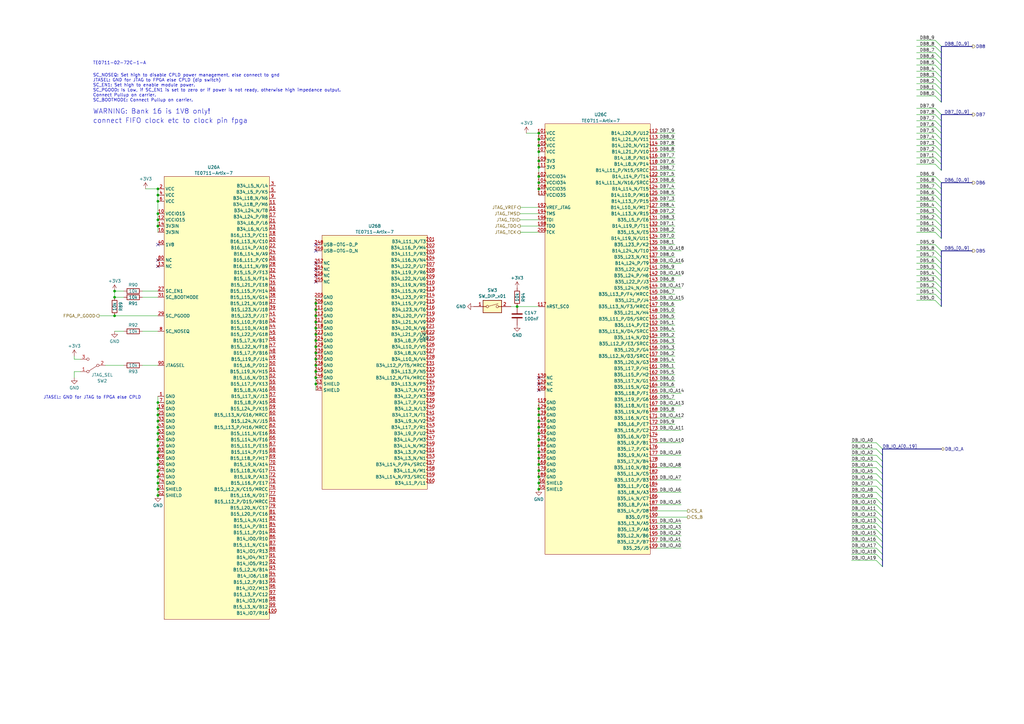
<source format=kicad_sch>
(kicad_sch (version 20250114) (generator "eeschema") (generator_version "9.0")
  (paper "A3")
  (lib_symbols
    (symbol "Device:C" (pin_numbers (hide yes)) (pin_names (offset 0.254))
      (property "Reference" "C" (at 0.635 2.54 0))
      (property "Value" "C" (at 0.635 -2.54 0))
      (symbol "C_1_1"
        (pin passive line (at 0 3.81 270) (length 2.794) (name "~") (number "1"))
        (pin passive line (at 0 -3.81 90) (length 2.794) (name "~") (number "2"))
      )
    )
    (symbol "Device:R" (pin_numbers (hide yes)) (pin_names (offset 0))
      (property "Reference" "R" (at 2.032 0 90))
      (property "Value" "R" (at 0 0 90))
      (symbol "R_1_1"
        (pin passive line (at 0 3.81 270) (length 1.27) (name "~") (number "1"))
        (pin passive line (at 0 -3.81 90) (length 1.27) (name "~") (number "2"))
      )
    )
    (symbol "Switch:SW_DIP_x01" (pin_names (offset 0) (hide yes))
      (property "Reference" "SW" (at 0 3.81 0))
      (property "Value" "SW_DIP_x01" (at 0 -3.81 0))
      (symbol "SW_DIP_x01_1_1"
        (pin passive line (at -7.62 0 0) (length 5.08) (name "~") (number "1"))
        (pin passive line (at 7.62 0 180) (length 5.08) (name "~") (number "2"))
      )
    )
    (symbol "Switch:SW_SPDT" (pin_names (offset 0) (hide yes))
      (property "Reference" "SW" (at 0 4.318 0))
      (property "Value" "SW_SPDT" (at 0 -5.08 0))
      (symbol "SW_SPDT_1_1"
        (pin passive line (at -5.08 0 0) (length 2.54) (name "B") (number "2"))
        (pin passive line (at 5.08 2.54 180) (length 2.54) (name "A") (number "1"))
        (pin passive line (at 5.08 -2.54 180) (length 2.54) (name "C") (number "3"))
      )
    )
    (symbol "TE0711-Artix-7_1"
      (property "Reference" "U" (at 1.27 -1.27 0))
      (property "Value" "TE0711-Artix-7" (at 35.56 -1.27 0))
      (symbol "TE0711-Artix-7_1_1_0"
        (pin power_in line (at -2.54 171.45 0) (length 2.54) (name "VCC") (number "6"))
        (pin power_in line (at -2.54 166.37 0) (length 2.54) (name "VCCIO15") (number "10"))
        (pin bidirectional line (at -2.54 163.83 0) (length 2.54) (name "VCCIO15") (number "12"))
        (pin power_in line (at -2.54 161.29 0) (length 2.54) (name "3V3IN") (number "14"))
        (pin power_in line (at -2.54 158.75 0) (length 2.54) (name "3V3IN") (number "16"))
        (pin power_out line (at -2.54 153.67 0) (length 2.54) (name "1V8") (number "40"))
        (pin no_connect line (at -2.54 147.32 0) (length 2.54) (name "NC") (number "80"))
        (pin no_connect line (at -2.54 144.78 0) (length 2.54) (name "NC") (number "13"))
        (pin input line (at -2.54 139.7 0) (length 2.54) (name "SC_NOSEQ") (number "8"))
        (pin input line (at -2.54 137.16 0) (length 2.54) (name "SC_EN1") (number "27"))
        (pin output line (at -2.54 134.62 0) (length 2.54) (name "SC_PGOOD") (number "29"))
        (pin input line (at -2.54 132.08 0) (length 2.54) (name "SC_BOOTMODE") (number "31"))
        (pin input line (at -2.54 127 0) (length 2.54) (name "JTAGSEL") (number "90"))
        (pin power_in line (at -2.54 120.65 0) (length 2.54) (name "GND") (number "7"))
        (pin power_in line (at -2.54 118.11 0) (length 2.54) (name "GND") (number "19"))
        (pin power_in line (at -2.54 115.57 0) (length 2.54) (name "GND") (number "25"))
        (pin power_in line (at -2.54 113.03 0) (length 2.54) (name "GND") (number "33"))
        (pin power_in line (at -2.54 110.49 0) (length 2.54) (name "GND") (number "43"))
        (pin power_in line (at -2.54 107.95 0) (length 2.54) (name "GND") (number "53"))
        (pin power_in line (at -2.54 105.41 0) (length 2.54) (name "GND") (number "63"))
        (pin power_in line (at -2.54 102.87 0) (length 2.54) (name "GND") (number "73"))
        (pin power_in line (at -2.54 100.33 0) (length 2.54) (name "GND") (number "83"))
        (pin power_in line (at -2.54 97.79 0) (length 2.54) (name "GND") (number "89"))
        (pin power_in line (at -2.54 95.25 0) (length 2.54) (name "GND") (number "30"))
        (pin power_in line (at -2.54 92.71 0) (length 2.54) (name "GND") (number "54"))
        (pin power_in line (at -2.54 90.17 0) (length 2.54) (name "GND") (number "64"))
        (pin power_in line (at -2.54 87.63 0) (length 2.54) (name "GND") (number "74"))
        (pin power_in line (at -2.54 85.09 0) (length 2.54) (name "SHIELD") (number "S1"))
        (pin power_in line (at -2.54 82.55 0) (length 2.54) (name "SHIELD") (number "S2"))
        (pin bidirectional line (at 45.72 175.26 180) (length 2.54) (name "B34_L5_P/K5") (number "5"))
        (pin bidirectional line (at 45.72 172.72 180) (length 2.54) (name "B34_L18_N/N6") (number "9"))
        (pin power_in line (at 45.72 170.18 180) (length 2.54) (name "B34_L18_P/M6") (number "11"))
        (pin bidirectional line (at 45.72 167.64 180) (length 2.54) (name "B34_L24_N/T8") (number "15"))
        (pin bidirectional line (at 45.72 165.1 180) (length 2.54) (name "B34_L24_P/R8") (number "17"))
        (pin bidirectional line (at 45.72 162.56 180) (length 2.54) (name "B34_L6_P/L6") (number "21"))
        (pin bidirectional line (at 45.72 160.02 180) (length 2.54) (name "B34_L6_N/L5") (number "23"))
        (pin bidirectional line (at 45.72 157.48 180) (length 2.54) (name "B16_L13_P/C11") (number "18"))
        (pin bidirectional line (at 45.72 154.94 180) (length 2.54) (name "B16_L13_N/C10") (number "20"))
        (pin bidirectional line (at 45.72 152.4 180) (length 2.54) (name "B16_L14_P/A10") (number "22"))
        (pin bidirectional line (at 45.72 149.86 180) (length 2.54) (name "B16_L14_N/A9") (number "24"))
        (pin bidirectional line (at 45.72 147.32 180) (length 2.54) (name "B16_L11_P/C9") (number "26"))
        (pin bidirectional line (at 45.72 144.78 180) (length 2.54) (name "B16_L11_N/B9") (number "28"))
        (pin bidirectional line (at 45.72 142.24 180) (length 2.54) (name "B15_L5_P/F13") (number "32"))
        (pin bidirectional line (at 45.72 139.7 180) (length 2.54) (name "B15_L5_N/F14") (number "34"))
        (pin bidirectional line (at 45.72 137.16 180) (length 2.54) (name "B15_L21_P/E18") (number "35"))
        (pin bidirectional line (at 45.72 134.62 180) (length 2.54) (name "B15_L15_P/H14") (number "36"))
        (pin bidirectional line (at 45.72 132.08 180) (length 2.54) (name "B15_L15_N/G14") (number "38"))
        (pin bidirectional line (at 45.72 129.54 180) (length 2.54) (name "B15_L21_N/D18") (number "37"))
        (pin bidirectional line (at 45.72 127 180) (length 2.54) (name "B15_L23_N/J18") (number "39"))
        (pin bidirectional line (at 45.72 124.46 180) (length 2.54) (name "B15_L23_P/J17") (number "41"))
        (pin bidirectional line (at 45.72 121.92 180) (length 2.54) (name "B15_L10_P/B18") (number "42"))
        (pin bidirectional line (at 45.72 119.38 180) (length 2.54) (name "B15_L10_N/A18") (number "44"))
        (pin bidirectional line (at 45.72 116.84 180) (length 2.54) (name "B15_L22_P/G18") (number "45"))
        (pin bidirectional line (at 45.72 114.3 180) (length 2.54) (name "B15_L7_N/B17") (number "46"))
        (pin bidirectional line (at 45.72 111.76 180) (length 2.54) (name "B15_L22_N/F18") (number "47"))
        (pin bidirectional line (at 45.72 109.22 180) (length 2.54) (name "B15_L7_P/B16") (number "48"))
        (pin bidirectional line (at 45.72 106.68 180) (length 2.54) (name "B15_L19_P/J14") (number "49"))
        (pin bidirectional line (at 45.72 104.14 180) (length 2.54) (name "B15_L6_P/D12") (number "50"))
        (pin bidirectional line (at 45.72 101.6 180) (length 2.54) (name "B15_L19_N/H15") (number "51"))
        (pin bidirectional line (at 45.72 99.06 180) (length 2.54) (name "B15_L6_N/D13") (number "52"))
        (pin bidirectional line (at 45.72 96.52 180) (length 2.54) (name "B15_L17_P/K13") (number "55"))
        (pin bidirectional line (at 45.72 93.98 180) (length 2.54) (name "B15_L8_N/A16") (number "56"))
        (pin bidirectional line (at 45.72 91.44 180) (length 2.54) (name "B15_L17_N/J13") (number "57"))
        (pin bidirectional line (at 45.72 88.9 180) (length 2.54) (name "B15_L8_P/A15") (number "58"))
        (pin bidirectional line (at 45.72 86.36 180) (length 2.54) (name "B15_L24_P/K15") (number "59"))
        (pin bidirectional line (at 45.72 83.82 180) (length 2.54) (name "B15_L13_N/G16/MRCC") (number "60"))
        (pin bidirectional line (at 45.72 81.28 180) (length 2.54) (name "B15_L24_N/J15") (number "61"))
        (pin bidirectional line (at 45.72 78.74 180) (length 2.54) (name "B15_L13_P/H16/MRCC") (number "62"))
        (pin bidirectional line (at 45.72 76.2 180) (length 2.54) (name "B15_L11_N/E16") (number "65"))
        (pin bidirectional line (at 45.72 73.66 180) (length 2.54) (name "B15_L14_N/F16") (number "66"))
        (pin bidirectional line (at 45.72 71.12 180) (length 2.54) (name "B15_L11_P/E15") (number "67"))
        (pin bidirectional line (at 45.72 68.58 180) (length 2.54) (name "B15_L14_P/F15") (number "68"))
        (pin bidirectional line (at 45.72 66.04 180) (length 2.54) (name "B15_L18_P/H17") (number "69"))
        (pin bidirectional line (at 45.72 63.5 180) (length 2.54) (name "B15_L9_N/A14") (number "70"))
        (pin bidirectional line (at 45.72 60.96 180) (length 2.54) (name "B15_L18_N/G17") (number "71"))
        (pin bidirectional line (at 45.72 58.42 180) (length 2.54) (name "B15_L9_P/A13") (number "72"))
        (pin bidirectional line (at 45.72 55.88 180) (length 2.54) (name "B15_L16_P/E17") (number "75"))
        (pin bidirectional line (at 45.72 53.34 180) (length 2.54) (name "B15_L12_N/C15/MRCC") (number "76"))
        (pin bidirectional line (at 45.72 50.8 180) (length 2.54) (name "B15_L16_N/D17") (number "77"))
        (pin bidirectional line (at 45.72 48.26 180) (length 2.54) (name "B15_L12_P/D15/MRCC") (number "78"))
        (pin bidirectional line (at 45.72 45.72 180) (length 2.54) (name "B15_L20_N/C17") (number "79"))
        (pin bidirectional line (at 45.72 43.18 180) (length 2.54) (name "B15_L20_P/C16") (number "81"))
        (pin bidirectional line (at 45.72 40.64 180) (length 2.54) (name "B15_L4_N/A11") (number "82"))
        (pin bidirectional line (at 45.72 38.1 180) (length 2.54) (name "B15_L4_P/B11") (number "84"))
        (pin bidirectional line (at 45.72 35.56 180) (length 2.54) (name "B15_L1_P/D14") (number "85"))
        (pin bidirectional line (at 45.72 33.02 180) (length 2.54) (name "B14_IO0/R10") (number "86"))
        (pin bidirectional line (at 45.72 30.48 180) (length 2.54) (name "B15_L1_N/C14") (number "87"))
        (pin bidirectional line (at 45.72 27.94 180) (length 2.54) (name "B14_IO1/R13") (number "88"))
        (pin bidirectional line (at 45.72 25.4 180) (length 2.54) (name "B14_IO4/N17") (number "91"))
        (pin bidirectional line (at 45.72 22.86 180) (length 2.54) (name "B14_IO5/R12") (number "92"))
        (pin bidirectional line (at 45.72 20.32 180) (length 2.54) (name "B15_L2_N/B14") (number "93"))
        (pin bidirectional line (at 45.72 17.78 180) (length 2.54) (name "B14_IO6/L18") (number "94"))
        (pin bidirectional line (at 45.72 15.24 180) (length 2.54) (name "B15_L2_P/B13") (number "95"))
        (pin bidirectional line (at 45.72 12.7 180) (length 2.54) (name "B14_IO2/M13") (number "96"))
        (pin bidirectional line (at 45.72 10.16 180) (length 2.54) (name "B15_L3_P/C12") (number "97"))
        (pin bidirectional line (at 45.72 7.62 180) (length 2.54) (name "B14_IO3/M18") (number "98"))
        (pin bidirectional line (at 45.72 5.08 180) (length 2.54) (name "B15_L3_N/B12") (number "99"))
        (pin bidirectional line (at 45.72 2.54 180) (length 2.54) (name "B14_IO7/R16") (number "100"))
      )
      (symbol "TE0711-Artix-7_1_1_1"
        (pin power_in line (at -2.54 176.53 0) (length 2.54) (name "VCC") (number "2"))
        (pin power_in line (at -2.54 173.99 0) (length 2.54) (name "VCC") (number "4"))
        (pin power_in line (at -2.54 123.19 0) (length 2.54) (name "GND") (number "1"))
        (pin bidirectional line (at 45.72 177.8 180) (length 2.54) (name "B34_L5_N/L4") (number "3"))
      )
      (symbol "TE0711-Artix-7_1_2_0"
        (pin bidirectional line (at -2.54 100.33 0) (length 2.54) (name "USB-OTG-D_P") (number "248"))
        (pin bidirectional line (at -2.54 97.79 0) (length 2.54) (name "USB-OTG-D_N") (number "250"))
        (pin no_connect line (at -2.54 92.71 0) (length 2.54) (name "NC") (number "252"))
        (pin no_connect line (at -2.54 90.17 0) (length 2.54) (name "NC") (number "254"))
        (pin no_connect line (at -2.54 87.63 0) (length 2.54) (name "NC") (number "256"))
        (pin no_connect line (at -2.54 85.09 0) (length 2.54) (name "NC") (number "255"))
        (pin power_in line (at -2.54 78.74 0) (length 2.54) (name "GND") (number "205"))
        (pin power_in line (at -2.54 76.2 0) (length 2.54) (name "GND") (number "206"))
        (pin power_in line (at -2.54 73.66 0) (length 2.54) (name "GND") (number "211"))
        (pin power_in line (at -2.54 71.12 0) (length 2.54) (name "GND") (number "212"))
        (pin power_in line (at -2.54 68.58 0) (length 2.54) (name "GND") (number "217"))
        (pin power_in line (at -2.54 66.04 0) (length 2.54) (name "GND") (number "218"))
        (pin power_in line (at -2.54 63.5 0) (length 2.54) (name "GND") (number "223"))
        (pin power_in line (at -2.54 60.96 0) (length 2.54) (name "GND") (number "224"))
        (pin power_in line (at -2.54 58.42 0) (length 2.54) (name "GND") (number "229"))
        (pin power_in line (at -2.54 55.88 0) (length 2.54) (name "GND") (number "230"))
        (pin power_in line (at -2.54 53.34 0) (length 2.54) (name "GND") (number "235"))
        (pin power_in line (at -2.54 50.8 0) (length 2.54) (name "GND") (number "236"))
        (pin power_in line (at -2.54 48.26 0) (length 2.54) (name "GND") (number "245"))
        (pin power_in line (at -2.54 45.72 0) (length 2.54) (name "GND") (number "246"))
        (pin power_in line (at -2.54 43.18 0) (length 2.54) (name "SHIELD") (number "S3"))
        (pin power_in line (at -2.54 40.64 0) (length 2.54) (name "SHIELD") (number "S4"))
        (pin bidirectional line (at 45.72 101.6 180) (length 2.54) (name "B34_L11_N/T3") (number "201"))
        (pin bidirectional line (at 45.72 99.06 180) (length 2.54) (name "B34_L16_P/M4") (number "202"))
        (pin bidirectional line (at 45.72 96.52 180) (length 2.54) (name "B34_L11_P/R3") (number "203"))
        (pin bidirectional line (at 45.72 93.98 180) (length 2.54) (name "B34_L16_N/N4") (number "204"))
        (pin bidirectional line (at 45.72 91.44 180) (length 2.54) (name "B34_L22_P/U7") (number "207"))
        (pin bidirectional line (at 45.72 88.9 180) (length 2.54) (name "B34_L19_P/R6") (number "208"))
        (pin bidirectional line (at 45.72 86.36 180) (length 2.54) (name "B34_L22_N/U6") (number "209"))
        (pin bidirectional line (at 45.72 83.82 180) (length 2.54) (name "B34_L19_N/R5") (number "210"))
        (pin bidirectional line (at 45.72 81.28 180) (length 2.54) (name "B34_L15_N/R2") (number "213"))
        (pin bidirectional line (at 45.72 78.74 180) (length 2.54) (name "B34_L23_P/R7") (number "214"))
        (pin bidirectional line (at 45.72 76.2 180) (length 2.54) (name "B34_L15_P/P2") (number "215"))
        (pin bidirectional line (at 45.72 73.66 180) (length 2.54) (name "B34_L23_N/T6") (number "216"))
        (pin bidirectional line (at 45.72 71.12 180) (length 2.54) (name "B34_L20_P/V7") (number "219"))
        (pin bidirectional line (at 45.72 68.58 180) (length 2.54) (name "B34_L21_N/V9") (number "220"))
        (pin bidirectional line (at 45.72 66.04 180) (length 2.54) (name "B34_L20_N/V6") (number "221"))
        (pin bidirectional line (at 45.72 63.5 180) (length 2.54) (name "B34_L21_P/U9") (number "222"))
        (pin bidirectional line (at 45.72 60.96 180) (length 2.54) (name "B34_L8_P/U4") (number "225"))
        (pin bidirectional line (at 45.72 58.42 180) (length 2.54) (name "B34_L10_P/V5") (number "226"))
        (pin bidirectional line (at 45.72 55.88 180) (length 2.54) (name "B34_L8_N/U3") (number "227"))
        (pin bidirectional line (at 45.72 53.34 180) (length 2.54) (name "B34_L10_N/V4") (number "228"))
        (pin bidirectional line (at 45.72 50.8 180) (length 2.54) (name "B34_L12_P/T5/MRCC") (number "231"))
        (pin bidirectional line (at 45.72 48.26 180) (length 2.54) (name "B34_L13_P/N5") (number "232"))
        (pin bidirectional line (at 45.72 45.72 180) (length 2.54) (name "B34_L12_N/T4/MRCC") (number "233"))
        (pin bidirectional line (at 45.72 43.18 180) (length 2.54) (name "B34_L13_N/P5") (number "234"))
        (pin bidirectional line (at 45.72 40.64 180) (length 2.54) (name "B34_L7_N/V1") (number "237"))
        (pin bidirectional line (at 45.72 38.1 180) (length 2.54) (name "B34_L2_P/K3") (number "238"))
        (pin bidirectional line (at 45.72 35.56 180) (length 2.54) (name "B34_L7_P/U1") (number "239"))
        (pin power_in line (at 45.72 33.02 180) (length 2.54) (name "B34_L2_N/L3") (number "240"))
        (pin bidirectional line (at 45.72 30.48 180) (length 2.54) (name "B34_L17_N/T1") (number "241"))
        (pin bidirectional line (at 45.72 27.94 180) (length 2.54) (name "B34_L9_N/V2") (number "242"))
        (pin bidirectional line (at 45.72 25.4 180) (length 2.54) (name "B34_L17_P/R1") (number "243"))
        (pin bidirectional line (at 45.72 22.86 180) (length 2.54) (name "B34_L9_P/U2") (number "244"))
        (pin bidirectional line (at 45.72 20.32 180) (length 2.54) (name "B34_L4_P/M3") (number "247"))
        (pin bidirectional line (at 45.72 17.78 180) (length 2.54) (name "B34_L4_N/M2") (number "249"))
        (pin bidirectional line (at 45.72 15.24 180) (length 2.54) (name "B34_L3_P/N2") (number "251"))
        (pin bidirectional line (at 45.72 12.7 180) (length 2.54) (name "B34_L3_N/N1") (number "253"))
        (pin bidirectional line (at 45.72 10.16 180) (length 2.54) (name "B34_L14_P/P4/SRCC") (number "257"))
        (pin bidirectional line (at 45.72 7.62 180) (length 2.54) (name "B34_L1_N/M1") (number "258"))
        (pin bidirectional line (at 45.72 5.08 180) (length 2.54) (name "B34_L14_N/P3/SRCC") (number "259"))
        (pin bidirectional line (at 45.72 2.54 180) (length 2.54) (name "B34_L1_P/L1") (number "260"))
      )
      (symbol "TE0711-Artix-7_1_3_0"
        (pin power_in line (at -2.54 132.08 0) (length 2.54) (name "VCC") (number "101"))
        (pin power_in line (at -2.54 129.54 0) (length 2.54) (name "VCC") (number "103"))
        (pin power_in line (at -2.54 127 0) (length 2.54) (name "VCC") (number "105"))
        (pin power_in line (at -2.54 124.46 0) (length 2.54) (name "VCC") (number "107"))
        (pin power_in line (at -2.54 121.92 0) (length 2.54) (name "3V3") (number "109"))
        (pin power_in line (at -2.54 119.38 0) (length 2.54) (name "3V3") (number "111"))
        (pin bidirectional line (at -2.54 116.84 0) (length 2.54) (name "B14_L21_N/V11") (number "113"))
        (pin bidirectional line (at -2.54 114.3 0) (length 2.54) (name "B14_L21_P/V10") (number "115"))
        (pin bidirectional line (at -2.54 111.76 0) (length 2.54) (name "nRST_SC0") (number "117"))
        (pin power_in line (at -2.54 109.22 0) (length 2.54) (name "GND") (number "119"))
        (pin bidirectional line (at -2.54 106.68 0) (length 2.54) (name "B14_L11_P/N15/SRCC") (number "121"))
        (pin bidirectional line (at -2.54 104.14 0) (length 2.54) (name "B14_L11_N/N16/SRCC") (number "123"))
        (pin bidirectional line (at -2.54 101.6 0) (length 2.54) (name "B14_L10_P/M16") (number "125"))
        (pin bidirectional line (at -2.54 99.06 0) (length 2.54) (name "B14_L10_N/M17") (number "127"))
        (pin power_in line (at -2.54 96.52 0) (length 2.54) (name "GND") (number "129"))
        (pin bidirectional line (at -2.54 93.98 0) (length 2.54) (name "B35_L5_P/E6") (number "131"))
        (pin bidirectional line (at -2.54 91.44 0) (length 2.54) (name "B35_L5_N/E5") (number "133"))
        (pin bidirectional line (at -2.54 88.9 0) (length 2.54) (name "B35_L23_P/K2") (number "135"))
        (pin bidirectional line (at -2.54 86.36 0) (length 2.54) (name "B35_L23_N/K1") (number "137"))
        (pin power_in line (at -2.54 83.82 0) (length 2.54) (name "GND") (number "139"))
        (pin bidirectional line (at -2.54 81.28 0) (length 2.54) (name "B35_L22_N/J2") (number "141"))
        (pin bidirectional line (at -2.54 78.74 0) (length 2.54) (name "B35_L22_P/J3") (number "143"))
        (pin bidirectional line (at -2.54 76.2 0) (length 2.54) (name "B35_L13_P/F4/MRCC") (number "145"))
        (pin bidirectional line (at -2.54 73.66 0) (length 2.54) (name "B35_L13_N/F3/MRCC") (number "147"))
        (pin power_in line (at -2.54 71.12 0) (length 2.54) (name "GND") (number "149"))
        (pin bidirectional line (at -2.54 68.58 0) (length 2.54) (name "B35_L11_P/D5/SRCC") (number "151"))
        (pin bidirectional line (at -2.54 66.04 0) (length 2.54) (name "B35_L11_N/D4/SRCC") (number "153"))
        (pin bidirectional line (at -2.54 63.5 0) (length 2.54) (name "B35_L12_P/E3/SRCC") (number "155"))
        (pin bidirectional line (at -2.54 60.96 0) (length 2.54) (name "B35_L12_N/D3/SRCC") (number "157"))
        (pin power_in line (at -2.54 58.42 0) (length 2.54) (name "GND") (number "159"))
        (pin bidirectional line (at -2.54 55.88 0) (length 2.54) (name "B35_L17_P/H1") (number "161"))
        (pin bidirectional line (at -2.54 53.34 0) (length 2.54) (name "B35_L17_N/G1") (number "163"))
        (pin bidirectional line (at -2.54 50.8 0) (length 2.54) (name "B35_L18_P/F1") (number "165"))
        (pin bidirectional line (at -2.54 48.26 0) (length 2.54) (name "B35_L18_N/E1") (number "167"))
        (pin power_in line (at -2.54 45.72 0) (length 2.54) (name "GND") (number "169"))
        (pin bidirectional line (at -2.54 43.18 0) (length 2.54) (name "B35_L16_N/C1") (number "171"))
        (pin bidirectional line (at -2.54 40.64 0) (length 2.54) (name "B35_L16_P/C2") (number "173"))
        (pin bidirectional line (at -2.54 38.1 0) (length 2.54) (name "B35_L9_P/B1") (number "175"))
        (pin bidirectional line (at -2.54 35.56 0) (length 2.54) (name "B35_L9_N/A1") (number "177"))
        (pin power_in line (at -2.54 33.02 0) (length 2.54) (name "GND") (number "179"))
        (pin bidirectional line (at -2.54 30.48 0) (length 2.54) (name "B35_L10_N/B2") (number "181"))
        (pin bidirectional line (at -2.54 27.94 0) (length 2.54) (name "B35_L10_P/B3") (number "183"))
        (pin bidirectional line (at -2.54 25.4 0) (length 2.54) (name "B35_L8_N/A3") (number "185"))
        (pin bidirectional line (at -2.54 22.86 0) (length 2.54) (name "B35_L8_P/A4") (number "187"))
        (pin power_in line (at -2.54 20.32 0) (length 2.54) (name "GND") (number "189"))
        (pin bidirectional line (at -2.54 17.78 0) (length 2.54) (name "B35_L3_N/A5") (number "191"))
        (pin bidirectional line (at -2.54 15.24 0) (length 2.54) (name "B35_L3_P/A6") (number "193"))
        (pin bidirectional line (at -2.54 12.7 0) (length 2.54) (name "B35_L2_N/B6") (number "195"))
        (pin bidirectional line (at -2.54 10.16 0) (length 2.54) (name "B35_L2_P/B7") (number "197"))
        (pin bidirectional line (at -2.54 7.62 0) (length 2.54) (name "B35_25/J5") (number "199"))
        (pin power_in line (at -2.54 3.81 0) (length 2.54) (name "SHIELD") (number "S5"))
        (pin power_in line (at 45.72 132.08 180) (length 2.54) (name "VCCIO34") (number "102"))
        (pin power_in line (at 45.72 129.54 180) (length 2.54) (name "VCCIO34") (number "104"))
        (pin no_connect line (at 45.72 127 180) (length 2.54) (name "NC") (number "106"))
        (pin power_in line (at 45.72 124.46 180) (length 2.54) (name "VCCIO35") (number "108"))
        (pin power_in line (at 45.72 121.92 180) (length 2.54) (name "VCCIO35") (number "110"))
        (pin bidirectional line (at 45.72 119.38 180) (length 2.54) (name "B14_L20_P/U12") (number "112"))
        (pin bidirectional line (at 45.72 116.84 180) (length 2.54) (name "B14_L20_N/V12") (number "114"))
        (pin bidirectional line (at 45.72 114.3 180) (length 2.54) (name "B14_L8_P/N14") (number "116"))
        (pin bidirectional line (at 45.72 111.76 180) (length 2.54) (name "B14_L8_N/P14") (number "118"))
        (pin no_connect line (at 45.72 109.22 180) (length 2.54) (name "NC") (number "120"))
        (pin bidirectional line (at 45.72 106.68 180) (length 2.54) (name "B14_L14_P/T14") (number "122"))
        (pin bidirectional line (at 45.72 104.14 180) (length 2.54) (name "B14_L14_N/T15") (number "124"))
        (pin bidirectional line (at 45.72 101.6 180) (length 2.54) (name "B14_L13_P/P15") (number "126"))
        (pin bidirectional line (at 45.72 99.06 180) (length 2.54) (name "B14_L13_N/R15") (number "128"))
        (pin no_connect line (at 45.72 96.52 180) (length 2.54) (name "NC") (number "130"))
        (pin bidirectional line (at 45.72 93.98 180) (length 2.54) (name "B14_L19_P/T11") (number "132"))
        (pin bidirectional line (at 45.72 91.44 180) (length 2.54) (name "B14_L19_N/U11") (number "134"))
        (pin bidirectional line (at 45.72 88.9 180) (length 2.54) (name "B14_L24_N/T10") (number "136"))
        (pin bidirectional line (at 45.72 86.36 180) (length 2.54) (name "B14_L24_P/T9") (number "138"))
        (pin power_in line (at 45.72 83.82 180) (length 2.54) (name "GND") (number "140"))
        (pin bidirectional line (at 45.72 81.28 180) (length 2.54) (name "B35_L24_P/H6") (number "142"))
        (pin bidirectional line (at 45.72 78.74 180) (length 2.54) (name "B35_L24_N/H5") (number "144"))
        (pin bidirectional line (at 45.72 76.2 180) (length 2.54) (name "B35_L21_P/J4") (number "146"))
        (pin bidirectional line (at 45.72 73.66 180) (length 2.54) (name "B35_L21_N/H4") (number "148"))
        (pin power_in line (at 45.72 71.12 180) (length 2.54) (name "GND") (number "150"))
        (pin bidirectional line (at 45.72 68.58 180) (length 2.54) (name "B35_L14_P/E2") (number "152"))
        (pin bidirectional line (at 45.72 66.04 180) (length 2.54) (name "B35_L14_N/D2") (number "154"))
        (pin bidirectional line (at 45.72 63.5 180) (length 2.54) (name "B35_L20_P/G4") (number "156"))
        (pin bidirectional line (at 45.72 60.96 180) (length 2.54) (name "B35_L20_N/G3") (number "158"))
        (pin power_in line (at 45.72 58.42 180) (length 2.54) (name "GND") (number "160"))
        (pin bidirectional line (at 45.72 55.88 180) (length 2.54) (name "B35_L15_P/H2") (number "162"))
        (pin bidirectional line (at 45.72 53.34 180) (length 2.54) (name "B35_L15_N/G2") (number "164"))
        (pin bidirectional line (at 45.72 50.8 180) (length 2.54) (name "B35_L19_P/G6") (number "166"))
        (pin bidirectional line (at 45.72 48.26 180) (length 2.54) (name "B35_L19_N/F6") (number "168"))
        (pin power_in line (at 45.72 45.72 180) (length 2.54) (name "GND") (number "170"))
        (pin bidirectional line (at 45.72 43.18 180) (length 2.54) (name "B35_L6_P/E7") (number "172"))
        (pin bidirectional line (at 45.72 40.64 180) (length 2.54) (name "B35_L6_N/D7") (number "174"))
        (pin bidirectional line (at 45.72 38.1 180) (length 2.54) (name "B35_L7_P/C4") (number "176"))
        (pin bidirectional line (at 45.72 35.56 180) (length 2.54) (name "B35_L7_N/B4") (number "178"))
        (pin power_in line (at 45.72 33.02 180) (length 2.54) (name "GND") (number "180"))
        (pin bidirectional line (at 45.72 30.48 180) (length 2.54) (name "B35_L1_N/C5") (number "182"))
        (pin bidirectional line (at 45.72 27.94 180) (length 2.54) (name "B35_L1_P/C6") (number "184"))
        (pin bidirectional line (at 45.72 25.4 180) (length 2.54) (name "B35_L4_N/C7") (number "186"))
        (pin bidirectional line (at 45.72 22.86 180) (length 2.54) (name "B35_L4_P/D8") (number "188"))
        (pin bidirectional line (at 45.72 20.32 180) (length 2.54) (name "B35_0/F5") (number "190"))
        (pin output line (at 45.72 17.78 180) (length 2.54) (name "VREF_JTAG") (number "192"))
        (pin bidirectional line (at 45.72 15.24 180) (length 2.54) (name "TMS") (number "194"))
        (pin bidirectional line (at 45.72 12.7 180) (length 2.54) (name "TDI") (number "196"))
        (pin bidirectional line (at 45.72 10.16 180) (length 2.54) (name "TDO") (number "198"))
        (pin bidirectional line (at 45.72 7.62 180) (length 2.54) (name "TCK") (number "200"))
        (pin power_in line (at 45.72 3.81 180) (length 2.54) (name "SHIELD") (number "S6"))
      )
    )
    (symbol "TE0711-Artix-7_2"
      (property "Reference" "U" (at 1.27 -1.27 0))
      (property "Value" "TE0711-Artix-7" (at 35.56 -1.27 0))
      (symbol "TE0711-Artix-7_2_1_0"
        (pin power_in line (at -2.54 171.45 0) (length 2.54) (name "VCC") (number "6"))
        (pin power_in line (at -2.54 166.37 0) (length 2.54) (name "VCCIO15") (number "10"))
        (pin bidirectional line (at -2.54 163.83 0) (length 2.54) (name "VCCIO15") (number "12"))
        (pin power_in line (at -2.54 161.29 0) (length 2.54) (name "3V3IN") (number "14"))
        (pin power_in line (at -2.54 158.75 0) (length 2.54) (name "3V3IN") (number "16"))
        (pin power_out line (at -2.54 153.67 0) (length 2.54) (name "1V8") (number "40"))
        (pin no_connect line (at -2.54 147.32 0) (length 2.54) (name "NC") (number "80"))
        (pin no_connect line (at -2.54 144.78 0) (length 2.54) (name "NC") (number "13"))
        (pin input line (at -2.54 134.62 0) (length 2.54) (name "SC_EN1") (number "27"))
        (pin input line (at -2.54 132.08 0) (length 2.54) (name "SC_BOOTMODE") (number "31"))
        (pin output line (at -2.54 124.46 0) (length 2.54) (name "SC_PGOOD") (number "29"))
        (pin input line (at -2.54 118.11 0) (length 2.54) (name "SC_NOSEQ") (number "8"))
        (pin input line (at -2.54 104.14 0) (length 2.54) (name "JTAGSEL") (number "90"))
        (pin power_in line (at -2.54 88.9 0) (length 2.54) (name "GND") (number "7"))
        (pin power_in line (at -2.54 86.36 0) (length 2.54) (name "GND") (number "19"))
        (pin power_in line (at -2.54 83.82 0) (length 2.54) (name "GND") (number "25"))
        (pin power_in line (at -2.54 81.28 0) (length 2.54) (name "GND") (number "33"))
        (pin power_in line (at -2.54 78.74 0) (length 2.54) (name "GND") (number "43"))
        (pin power_in line (at -2.54 76.2 0) (length 2.54) (name "GND") (number "53"))
        (pin power_in line (at -2.54 73.66 0) (length 2.54) (name "GND") (number "63"))
        (pin power_in line (at -2.54 71.12 0) (length 2.54) (name "GND") (number "73"))
        (pin power_in line (at -2.54 68.58 0) (length 2.54) (name "GND") (number "83"))
        (pin power_in line (at -2.54 66.04 0) (length 2.54) (name "GND") (number "89"))
        (pin power_in line (at -2.54 63.5 0) (length 2.54) (name "GND") (number "30"))
        (pin power_in line (at -2.54 60.96 0) (length 2.54) (name "GND") (number "54"))
        (pin power_in line (at -2.54 58.42 0) (length 2.54) (name "GND") (number "64"))
        (pin power_in line (at -2.54 55.88 0) (length 2.54) (name "GND") (number "74"))
        (pin power_in line (at -2.54 53.34 0) (length 2.54) (name "SHIELD") (number "S1"))
        (pin power_in line (at -2.54 50.8 0) (length 2.54) (name "SHIELD") (number "S2"))
        (pin bidirectional line (at 45.72 175.26 180) (length 2.54) (name "B34_L5_P/K5") (number "5"))
        (pin bidirectional line (at 45.72 172.72 180) (length 2.54) (name "B34_L18_N/N6") (number "9"))
        (pin power_in line (at 45.72 170.18 180) (length 2.54) (name "B34_L18_P/M6") (number "11"))
        (pin bidirectional line (at 45.72 167.64 180) (length 2.54) (name "B34_L24_N/T8") (number "15"))
        (pin bidirectional line (at 45.72 165.1 180) (length 2.54) (name "B34_L24_P/R8") (number "17"))
        (pin bidirectional line (at 45.72 162.56 180) (length 2.54) (name "B34_L6_P/L6") (number "21"))
        (pin bidirectional line (at 45.72 160.02 180) (length 2.54) (name "B34_L6_N/L5") (number "23"))
        (pin bidirectional line (at 45.72 157.48 180) (length 2.54) (name "B16_L13_P/C11") (number "18"))
        (pin bidirectional line (at 45.72 154.94 180) (length 2.54) (name "B16_L13_N/C10") (number "20"))
        (pin bidirectional line (at 45.72 152.4 180) (length 2.54) (name "B16_L14_P/A10") (number "22"))
        (pin bidirectional line (at 45.72 149.86 180) (length 2.54) (name "B16_L14_N/A9") (number "24"))
        (pin bidirectional line (at 45.72 147.32 180) (length 2.54) (name "B16_L11_P/C9") (number "26"))
        (pin bidirectional line (at 45.72 144.78 180) (length 2.54) (name "B16_L11_N/B9") (number "28"))
        (pin bidirectional line (at 45.72 142.24 180) (length 2.54) (name "B15_L5_P/F13") (number "32"))
        (pin bidirectional line (at 45.72 139.7 180) (length 2.54) (name "B15_L5_N/F14") (number "34"))
        (pin bidirectional line (at 45.72 137.16 180) (length 2.54) (name "B15_L21_P/E18") (number "35"))
        (pin bidirectional line (at 45.72 134.62 180) (length 2.54) (name "B15_L15_P/H14") (number "36"))
        (pin bidirectional line (at 45.72 132.08 180) (length 2.54) (name "B15_L15_N/G14") (number "38"))
        (pin bidirectional line (at 45.72 129.54 180) (length 2.54) (name "B15_L21_N/D18") (number "37"))
        (pin bidirectional line (at 45.72 127 180) (length 2.54) (name "B15_L23_N/J18") (number "39"))
        (pin bidirectional line (at 45.72 124.46 180) (length 2.54) (name "B15_L23_P/J17") (number "41"))
        (pin bidirectional line (at 45.72 121.92 180) (length 2.54) (name "B15_L10_P/B18") (number "42"))
        (pin bidirectional line (at 45.72 119.38 180) (length 2.54) (name "B15_L10_N/A18") (number "44"))
        (pin bidirectional line (at 45.72 116.84 180) (length 2.54) (name "B15_L22_P/G18") (number "45"))
        (pin bidirectional line (at 45.72 114.3 180) (length 2.54) (name "B15_L7_N/B17") (number "46"))
        (pin bidirectional line (at 45.72 111.76 180) (length 2.54) (name "B15_L22_N/F18") (number "47"))
        (pin bidirectional line (at 45.72 109.22 180) (length 2.54) (name "B15_L7_P/B16") (number "48"))
        (pin bidirectional line (at 45.72 106.68 180) (length 2.54) (name "B15_L19_P/J14") (number "49"))
        (pin bidirectional line (at 45.72 104.14 180) (length 2.54) (name "B15_L6_P/D12") (number "50"))
        (pin bidirectional line (at 45.72 101.6 180) (length 2.54) (name "B15_L19_N/H15") (number "51"))
        (pin bidirectional line (at 45.72 99.06 180) (length 2.54) (name "B15_L6_N/D13") (number "52"))
        (pin bidirectional line (at 45.72 96.52 180) (length 2.54) (name "B15_L17_P/K13") (number "55"))
        (pin bidirectional line (at 45.72 93.98 180) (length 2.54) (name "B15_L8_N/A16") (number "56"))
        (pin bidirectional line (at 45.72 91.44 180) (length 2.54) (name "B15_L17_N/J13") (number "57"))
        (pin bidirectional line (at 45.72 88.9 180) (length 2.54) (name "B15_L8_P/A15") (number "58"))
        (pin bidirectional line (at 45.72 86.36 180) (length 2.54) (name "B15_L24_P/K15") (number "59"))
        (pin bidirectional line (at 45.72 83.82 180) (length 2.54) (name "B15_L13_N/G16/MRCC") (number "60"))
        (pin bidirectional line (at 45.72 81.28 180) (length 2.54) (name "B15_L24_N/J15") (number "61"))
        (pin bidirectional line (at 45.72 78.74 180) (length 2.54) (name "B15_L13_P/H16/MRCC") (number "62"))
        (pin bidirectional line (at 45.72 76.2 180) (length 2.54) (name "B15_L11_N/E16") (number "65"))
        (pin bidirectional line (at 45.72 73.66 180) (length 2.54) (name "B15_L14_N/F16") (number "66"))
        (pin bidirectional line (at 45.72 71.12 180) (length 2.54) (name "B15_L11_P/E15") (number "67"))
        (pin bidirectional line (at 45.72 68.58 180) (length 2.54) (name "B15_L14_P/F15") (number "68"))
        (pin bidirectional line (at 45.72 66.04 180) (length 2.54) (name "B15_L18_P/H17") (number "69"))
        (pin bidirectional line (at 45.72 63.5 180) (length 2.54) (name "B15_L9_N/A14") (number "70"))
        (pin bidirectional line (at 45.72 60.96 180) (length 2.54) (name "B15_L18_N/G17") (number "71"))
        (pin bidirectional line (at 45.72 58.42 180) (length 2.54) (name "B15_L9_P/A13") (number "72"))
        (pin bidirectional line (at 45.72 55.88 180) (length 2.54) (name "B15_L16_P/E17") (number "75"))
        (pin bidirectional line (at 45.72 53.34 180) (length 2.54) (name "B15_L12_N/C15/MRCC") (number "76"))
        (pin bidirectional line (at 45.72 50.8 180) (length 2.54) (name "B15_L16_N/D17") (number "77"))
        (pin bidirectional line (at 45.72 48.26 180) (length 2.54) (name "B15_L12_P/D15/MRCC") (number "78"))
        (pin bidirectional line (at 45.72 45.72 180) (length 2.54) (name "B15_L20_N/C17") (number "79"))
        (pin bidirectional line (at 45.72 43.18 180) (length 2.54) (name "B15_L20_P/C16") (number "81"))
        (pin bidirectional line (at 45.72 40.64 180) (length 2.54) (name "B15_L4_N/A11") (number "82"))
        (pin bidirectional line (at 45.72 38.1 180) (length 2.54) (name "B15_L4_P/B11") (number "84"))
        (pin bidirectional line (at 45.72 35.56 180) (length 2.54) (name "B15_L1_P/D14") (number "85"))
        (pin bidirectional line (at 45.72 33.02 180) (length 2.54) (name "B14_IO0/R10") (number "86"))
        (pin bidirectional line (at 45.72 30.48 180) (length 2.54) (name "B15_L1_N/C14") (number "87"))
        (pin bidirectional line (at 45.72 27.94 180) (length 2.54) (name "B14_IO1/R13") (number "88"))
        (pin bidirectional line (at 45.72 25.4 180) (length 2.54) (name "B14_IO4/N17") (number "91"))
        (pin bidirectional line (at 45.72 22.86 180) (length 2.54) (name "B14_IO5/R12") (number "92"))
        (pin bidirectional line (at 45.72 20.32 180) (length 2.54) (name "B15_L2_N/B14") (number "93"))
        (pin bidirectional line (at 45.72 17.78 180) (length 2.54) (name "B14_IO6/L18") (number "94"))
        (pin bidirectional line (at 45.72 15.24 180) (length 2.54) (name "B15_L2_P/B13") (number "95"))
        (pin bidirectional line (at 45.72 12.7 180) (length 2.54) (name "B14_IO2/M13") (number "96"))
        (pin bidirectional line (at 45.72 10.16 180) (length 2.54) (name "B15_L3_P/C12") (number "97"))
        (pin bidirectional line (at 45.72 7.62 180) (length 2.54) (name "B14_IO3/M18") (number "98"))
        (pin bidirectional line (at 45.72 5.08 180) (length 2.54) (name "B15_L3_N/B12") (number "99"))
        (pin bidirectional line (at 45.72 2.54 180) (length 2.54) (name "B14_IO7/R16") (number "100"))
      )
      (symbol "TE0711-Artix-7_2_1_1"
        (pin power_in line (at -2.54 176.53 0) (length 2.54) (name "VCC") (number "2"))
        (pin power_in line (at -2.54 173.99 0) (length 2.54) (name "VCC") (number "4"))
        (pin power_in line (at -2.54 91.44 0) (length 2.54) (name "GND") (number "1"))
        (pin bidirectional line (at 45.72 177.8 180) (length 2.54) (name "B34_L5_N/L4") (number "3"))
      )
      (symbol "TE0711-Artix-7_2_2_0"
        (pin bidirectional line (at -2.54 100.33 0) (length 2.54) (name "USB-OTG-D_P") (number "248"))
        (pin bidirectional line (at -2.54 97.79 0) (length 2.54) (name "USB-OTG-D_N") (number "250"))
        (pin no_connect line (at -2.54 92.71 0) (length 2.54) (name "NC") (number "252"))
        (pin no_connect line (at -2.54 90.17 0) (length 2.54) (name "NC") (number "254"))
        (pin no_connect line (at -2.54 87.63 0) (length 2.54) (name "NC") (number "256"))
        (pin no_connect line (at -2.54 85.09 0) (length 2.54) (name "NC") (number "255"))
        (pin power_in line (at -2.54 78.74 0) (length 2.54) (name "GND") (number "205"))
        (pin power_in line (at -2.54 76.2 0) (length 2.54) (name "GND") (number "206"))
        (pin power_in line (at -2.54 73.66 0) (length 2.54) (name "GND") (number "211"))
        (pin power_in line (at -2.54 71.12 0) (length 2.54) (name "GND") (number "212"))
        (pin power_in line (at -2.54 68.58 0) (length 2.54) (name "GND") (number "217"))
        (pin power_in line (at -2.54 66.04 0) (length 2.54) (name "GND") (number "218"))
        (pin power_in line (at -2.54 63.5 0) (length 2.54) (name "GND") (number "223"))
        (pin power_in line (at -2.54 60.96 0) (length 2.54) (name "GND") (number "224"))
        (pin power_in line (at -2.54 58.42 0) (length 2.54) (name "GND") (number "229"))
        (pin power_in line (at -2.54 55.88 0) (length 2.54) (name "GND") (number "230"))
        (pin power_in line (at -2.54 53.34 0) (length 2.54) (name "GND") (number "235"))
        (pin power_in line (at -2.54 50.8 0) (length 2.54) (name "GND") (number "236"))
        (pin power_in line (at -2.54 48.26 0) (length 2.54) (name "GND") (number "245"))
        (pin power_in line (at -2.54 45.72 0) (length 2.54) (name "GND") (number "246"))
        (pin power_in line (at -2.54 43.18 0) (length 2.54) (name "SHIELD") (number "S3"))
        (pin power_in line (at -2.54 40.64 0) (length 2.54) (name "SHIELD") (number "S4"))
        (pin bidirectional line (at 45.72 101.6 180) (length 2.54) (name "B34_L11_N/T3") (number "201"))
        (pin bidirectional line (at 45.72 99.06 180) (length 2.54) (name "B34_L16_P/M4") (number "202"))
        (pin bidirectional line (at 45.72 96.52 180) (length 2.54) (name "B34_L11_P/R3") (number "203"))
        (pin bidirectional line (at 45.72 93.98 180) (length 2.54) (name "B34_L16_N/N4") (number "204"))
        (pin bidirectional line (at 45.72 91.44 180) (length 2.54) (name "B34_L22_P/U7") (number "207"))
        (pin bidirectional line (at 45.72 88.9 180) (length 2.54) (name "B34_L19_P/R6") (number "208"))
        (pin bidirectional line (at 45.72 86.36 180) (length 2.54) (name "B34_L22_N/U6") (number "209"))
        (pin bidirectional line (at 45.72 83.82 180) (length 2.54) (name "B34_L19_N/R5") (number "210"))
        (pin bidirectional line (at 45.72 81.28 180) (length 2.54) (name "B34_L15_N/R2") (number "213"))
        (pin bidirectional line (at 45.72 78.74 180) (length 2.54) (name "B34_L23_P/R7") (number "214"))
        (pin bidirectional line (at 45.72 76.2 180) (length 2.54) (name "B34_L15_P/P2") (number "215"))
        (pin bidirectional line (at 45.72 73.66 180) (length 2.54) (name "B34_L23_N/T6") (number "216"))
        (pin bidirectional line (at 45.72 71.12 180) (length 2.54) (name "B34_L20_P/V7") (number "219"))
        (pin bidirectional line (at 45.72 68.58 180) (length 2.54) (name "B34_L21_N/V9") (number "220"))
        (pin bidirectional line (at 45.72 66.04 180) (length 2.54) (name "B34_L20_N/V6") (number "221"))
        (pin bidirectional line (at 45.72 63.5 180) (length 2.54) (name "B34_L21_P/U9") (number "222"))
        (pin bidirectional line (at 45.72 60.96 180) (length 2.54) (name "B34_L8_P/U4") (number "225"))
        (pin bidirectional line (at 45.72 58.42 180) (length 2.54) (name "B34_L10_P/V5") (number "226"))
        (pin bidirectional line (at 45.72 55.88 180) (length 2.54) (name "B34_L8_N/U3") (number "227"))
        (pin bidirectional line (at 45.72 53.34 180) (length 2.54) (name "B34_L10_N/V4") (number "228"))
        (pin bidirectional line (at 45.72 50.8 180) (length 2.54) (name "B34_L12_P/T5/MRCC") (number "231"))
        (pin bidirectional line (at 45.72 48.26 180) (length 2.54) (name "B34_L13_P/N5") (number "232"))
        (pin bidirectional line (at 45.72 45.72 180) (length 2.54) (name "B34_L12_N/T4/MRCC") (number "233"))
        (pin bidirectional line (at 45.72 43.18 180) (length 2.54) (name "B34_L13_N/P5") (number "234"))
        (pin bidirectional line (at 45.72 40.64 180) (length 2.54) (name "B34_L7_N/V1") (number "237"))
        (pin bidirectional line (at 45.72 38.1 180) (length 2.54) (name "B34_L2_P/K3") (number "238"))
        (pin bidirectional line (at 45.72 35.56 180) (length 2.54) (name "B34_L7_P/U1") (number "239"))
        (pin power_in line (at 45.72 33.02 180) (length 2.54) (name "B34_L2_N/L3") (number "240"))
        (pin bidirectional line (at 45.72 30.48 180) (length 2.54) (name "B34_L17_N/T1") (number "241"))
        (pin bidirectional line (at 45.72 27.94 180) (length 2.54) (name "B34_L9_N/V2") (number "242"))
        (pin bidirectional line (at 45.72 25.4 180) (length 2.54) (name "B34_L17_P/R1") (number "243"))
        (pin bidirectional line (at 45.72 22.86 180) (length 2.54) (name "B34_L9_P/U2") (number "244"))
        (pin bidirectional line (at 45.72 20.32 180) (length 2.54) (name "B34_L4_P/M3") (number "247"))
        (pin bidirectional line (at 45.72 17.78 180) (length 2.54) (name "B34_L4_N/M2") (number "249"))
        (pin bidirectional line (at 45.72 15.24 180) (length 2.54) (name "B34_L3_P/N2") (number "251"))
        (pin bidirectional line (at 45.72 12.7 180) (length 2.54) (name "B34_L3_N/N1") (number "253"))
        (pin bidirectional line (at 45.72 10.16 180) (length 2.54) (name "B34_L14_P/P4/SRCC") (number "257"))
        (pin bidirectional line (at 45.72 7.62 180) (length 2.54) (name "B34_L1_N/M1") (number "258"))
        (pin bidirectional line (at 45.72 5.08 180) (length 2.54) (name "B34_L14_N/P3/SRCC") (number "259"))
        (pin bidirectional line (at 45.72 2.54 180) (length 2.54) (name "B34_L1_P/L1") (number "260"))
      )
      (symbol "TE0711-Artix-7_2_3_0"
        (pin power_in line (at -2.54 172.72 0) (length 2.54) (name "VCC") (number "101"))
        (pin power_in line (at -2.54 170.18 0) (length 2.54) (name "VCC") (number "103"))
        (pin power_in line (at -2.54 167.64 0) (length 2.54) (name "VCC") (number "105"))
        (pin power_in line (at -2.54 165.1 0) (length 2.54) (name "VCC") (number "107"))
        (pin power_in line (at -2.54 161.29 0) (length 2.54) (name "3V3") (number "109"))
        (pin power_in line (at -2.54 158.75 0) (length 2.54) (name "3V3") (number "111"))
        (pin power_in line (at -2.54 154.94 0) (length 2.54) (name "VCCIO34") (number "102"))
        (pin power_in line (at -2.54 152.4 0) (length 2.54) (name "VCCIO34") (number "104"))
        (pin power_in line (at -2.54 149.86 0) (length 2.54) (name "VCCIO35") (number "108"))
        (pin power_in line (at -2.54 147.32 0) (length 2.54) (name "VCCIO35") (number "110"))
        (pin output line (at -2.54 142.24 0) (length 2.54) (name "VREF_JTAG") (number "192"))
        (pin bidirectional line (at -2.54 139.7 0) (length 2.54) (name "TMS") (number "194"))
        (pin bidirectional line (at -2.54 137.16 0) (length 2.54) (name "TDI") (number "196"))
        (pin bidirectional line (at -2.54 134.62 0) (length 2.54) (name "TDO") (number "198"))
        (pin bidirectional line (at -2.54 132.08 0) (length 2.54) (name "TCK") (number "200"))
        (pin bidirectional line (at -2.54 101.6 0) (length 2.54) (name "nRST_SC0") (number "117"))
        (pin no_connect line (at -2.54 72.39 0) (length 2.54) (name "NC") (number "130"))
        (pin no_connect line (at -2.54 69.85 0) (length 2.54) (name "NC") (number "120"))
        (pin no_connect line (at -2.54 67.31 0) (length 2.54) (name "NC") (number "106"))
        (pin power_in line (at -2.54 62.23 0) (length 2.54) (name "GND") (number "119"))
        (pin power_in line (at -2.54 59.69 0) (length 2.54) (name "GND") (number "129"))
        (pin power_in line (at -2.54 57.15 0) (length 2.54) (name "GND") (number "139"))
        (pin power_in line (at -2.54 54.61 0) (length 2.54) (name "GND") (number "149"))
        (pin power_in line (at -2.54 52.07 0) (length 2.54) (name "GND") (number "159"))
        (pin power_in line (at -2.54 49.53 0) (length 2.54) (name "GND") (number "169"))
        (pin power_in line (at -2.54 46.99 0) (length 2.54) (name "GND") (number "179"))
        (pin power_in line (at -2.54 44.45 0) (length 2.54) (name "GND") (number "189"))
        (pin power_in line (at -2.54 41.91 0) (length 2.54) (name "GND") (number "140"))
        (pin power_in line (at -2.54 39.37 0) (length 2.54) (name "GND") (number "150"))
        (pin power_in line (at -2.54 36.83 0) (length 2.54) (name "GND") (number "160"))
        (pin power_in line (at -2.54 34.29 0) (length 2.54) (name "GND") (number "170"))
        (pin power_in line (at -2.54 31.75 0) (length 2.54) (name "GND") (number "180"))
        (pin power_in line (at -2.54 29.21 0) (length 2.54) (name "SHIELD") (number "S6"))
        (pin power_in line (at -2.54 26.67 0) (length 2.54) (name "SHIELD") (number "S5"))
        (pin bidirectional line (at 45.72 172.72 180) (length 2.54) (name "B14_L20_P/U12") (number "112"))
        (pin bidirectional line (at 45.72 170.18 180) (length 2.54) (name "B14_L21_N/V11") (number "113"))
        (pin bidirectional line (at 45.72 167.64 180) (length 2.54) (name "B14_L20_N/V12") (number "114"))
        (pin bidirectional line (at 45.72 165.1 180) (length 2.54) (name "B14_L21_P/V10") (number "115"))
        (pin bidirectional line (at 45.72 162.56 180) (length 2.54) (name "B14_L8_P/N14") (number "116"))
        (pin bidirectional line (at 45.72 160.02 180) (length 2.54) (name "B14_L8_N/P14") (number "118"))
        (pin bidirectional line (at 45.72 157.48 180) (length 2.54) (name "B14_L11_P/N15/SRCC") (number "121"))
        (pin bidirectional line (at 45.72 154.94 180) (length 2.54) (name "B14_L14_P/T14") (number "122"))
        (pin bidirectional line (at 45.72 152.4 180) (length 2.54) (name "B14_L11_N/N16/SRCC") (number "123"))
        (pin bidirectional line (at 45.72 149.86 180) (length 2.54) (name "B14_L14_N/T15") (number "124"))
        (pin bidirectional line (at 45.72 147.32 180) (length 2.54) (name "B14_L10_P/M16") (number "125"))
        (pin bidirectional line (at 45.72 144.78 180) (length 2.54) (name "B14_L13_P/P15") (number "126"))
        (pin bidirectional line (at 45.72 142.24 180) (length 2.54) (name "B14_L10_N/M17") (number "127"))
        (pin bidirectional line (at 45.72 139.7 180) (length 2.54) (name "B14_L13_N/R15") (number "128"))
        (pin bidirectional line (at 45.72 137.16 180) (length 2.54) (name "B35_L5_P/E6") (number "131"))
        (pin bidirectional line (at 45.72 134.62 180) (length 2.54) (name "B14_L19_P/T11") (number "132"))
        (pin bidirectional line (at 45.72 132.08 180) (length 2.54) (name "B35_L5_N/E5") (number "133"))
        (pin bidirectional line (at 45.72 129.54 180) (length 2.54) (name "B14_L19_N/U11") (number "134"))
        (pin bidirectional line (at 45.72 127 180) (length 2.54) (name "B35_L23_P/K2") (number "135"))
        (pin bidirectional line (at 45.72 124.46 180) (length 2.54) (name "B14_L24_N/T10") (number "136"))
        (pin bidirectional line (at 45.72 121.92 180) (length 2.54) (name "B35_L23_N/K1") (number "137"))
        (pin bidirectional line (at 45.72 119.38 180) (length 2.54) (name "B14_L24_P/T9") (number "138"))
        (pin bidirectional line (at 45.72 116.84 180) (length 2.54) (name "B35_L22_N/J2") (number "141"))
        (pin bidirectional line (at 45.72 114.3 180) (length 2.54) (name "B35_L24_P/H6") (number "142"))
        (pin bidirectional line (at 45.72 111.76 180) (length 2.54) (name "B35_L22_P/J3") (number "143"))
        (pin bidirectional line (at 45.72 109.22 180) (length 2.54) (name "B35_L24_N/H5") (number "144"))
        (pin bidirectional line (at 45.72 106.68 180) (length 2.54) (name "B35_L13_P/F4/MRCC") (number "145"))
        (pin bidirectional line (at 45.72 104.14 180) (length 2.54) (name "B35_L21_P/J4") (number "146"))
        (pin bidirectional line (at 45.72 101.6 180) (length 2.54) (name "B35_L13_N/F3/MRCC") (number "147"))
        (pin bidirectional line (at 45.72 99.06 180) (length 2.54) (name "B35_L21_N/H4") (number "148"))
        (pin bidirectional line (at 45.72 96.52 180) (length 2.54) (name "B35_L11_P/D5/SRCC") (number "151"))
        (pin bidirectional line (at 45.72 93.98 180) (length 2.54) (name "B35_L14_P/E2") (number "152"))
        (pin bidirectional line (at 45.72 91.44 180) (length 2.54) (name "B35_L11_N/D4/SRCC") (number "153"))
        (pin bidirectional line (at 45.72 88.9 180) (length 2.54) (name "B35_L14_N/D2") (number "154"))
        (pin bidirectional line (at 45.72 86.36 180) (length 2.54) (name "B35_L12_P/E3/SRCC") (number "155"))
        (pin bidirectional line (at 45.72 83.82 180) (length 2.54) (name "B35_L20_P/G4") (number "156"))
        (pin bidirectional line (at 45.72 81.28 180) (length 2.54) (name "B35_L12_N/D3/SRCC") (number "157"))
        (pin bidirectional line (at 45.72 78.74 180) (length 2.54) (name "B35_L20_N/G3") (number "158"))
        (pin bidirectional line (at 45.72 76.2 180) (length 2.54) (name "B35_L17_P/H1") (number "161"))
        (pin bidirectional line (at 45.72 73.66 180) (length 2.54) (name "B35_L15_P/H2") (number "162"))
        (pin bidirectional line (at 45.72 71.12 180) (length 2.54) (name "B35_L17_N/G1") (number "163"))
        (pin bidirectional line (at 45.72 68.58 180) (length 2.54) (name "B35_L15_N/G2") (number "164"))
        (pin bidirectional line (at 45.72 66.04 180) (length 2.54) (name "B35_L18_P/F1") (number "165"))
        (pin bidirectional line (at 45.72 63.5 180) (length 2.54) (name "B35_L19_P/G6") (number "166"))
        (pin bidirectional line (at 45.72 60.96 180) (length 2.54) (name "B35_L18_N/E1") (number "167"))
        (pin bidirectional line (at 45.72 58.42 180) (length 2.54) (name "B35_L19_N/F6") (number "168"))
        (pin bidirectional line (at 45.72 55.88 180) (length 2.54) (name "B35_L16_N/C1") (number "171"))
        (pin bidirectional line (at 45.72 53.34 180) (length 2.54) (name "B35_L6_P/E7") (number "172"))
        (pin bidirectional line (at 45.72 50.8 180) (length 2.54) (name "B35_L16_P/C2") (number "173"))
        (pin bidirectional line (at 45.72 48.26 180) (length 2.54) (name "B35_L6_N/D7") (number "174"))
        (pin bidirectional line (at 45.72 45.72 180) (length 2.54) (name "B35_L9_P/B1") (number "175"))
        (pin bidirectional line (at 45.72 43.18 180) (length 2.54) (name "B35_L7_P/C4") (number "176"))
        (pin bidirectional line (at 45.72 40.64 180) (length 2.54) (name "B35_L9_N/A1") (number "177"))
        (pin bidirectional line (at 45.72 38.1 180) (length 2.54) (name "B35_L7_N/B4") (number "178"))
        (pin bidirectional line (at 45.72 35.56 180) (length 2.54) (name "B35_L10_N/B2") (number "181"))
        (pin bidirectional line (at 45.72 33.02 180) (length 2.54) (name "B35_L1_N/C5") (number "182"))
        (pin bidirectional line (at 45.72 30.48 180) (length 2.54) (name "B35_L10_P/B3") (number "183"))
        (pin bidirectional line (at 45.72 27.94 180) (length 2.54) (name "B35_L1_P/C6") (number "184"))
        (pin bidirectional line (at 45.72 25.4 180) (length 2.54) (name "B35_L8_N/A3") (number "185"))
        (pin bidirectional line (at 45.72 22.86 180) (length 2.54) (name "B35_L4_N/C7") (number "186"))
        (pin bidirectional line (at 45.72 20.32 180) (length 2.54) (name "B35_L8_P/A4") (number "187"))
        (pin bidirectional line (at 45.72 17.78 180) (length 2.54) (name "B35_L4_P/D8") (number "188"))
        (pin bidirectional line (at 45.72 15.24 180) (length 2.54) (name "B35_0/F5") (number "190"))
        (pin bidirectional line (at 45.72 12.7 180) (length 2.54) (name "B35_L3_N/A5") (number "191"))
        (pin bidirectional line (at 45.72 10.16 180) (length 2.54) (name "B35_L3_P/A6") (number "193"))
        (pin bidirectional line (at 45.72 7.62 180) (length 2.54) (name "B35_L2_N/B6") (number "195"))
        (pin bidirectional line (at 45.72 5.08 180) (length 2.54) (name "B35_L2_P/B7") (number "197"))
        (pin bidirectional line (at 45.72 2.54 180) (length 2.54) (name "B35_25/J5") (number "199"))
      )
    )
    (symbol "TWIST_V2_lib:TE0711-Artix-7"
      (property "Reference" "U" (at 1.27 -1.27 0))
      (property "Value" "TE0711-Artix-7" (at 35.56 -1.27 0))
      (symbol "TE0711-Artix-7_1_0"
        (pin power_in line (at -2.54 171.45 0) (length 2.54) (name "VCC") (number "6"))
        (pin power_in line (at -2.54 166.37 0) (length 2.54) (name "VCCIO15") (number "10"))
        (pin bidirectional line (at -2.54 163.83 0) (length 2.54) (name "VCCIO15") (number "12"))
        (pin power_in line (at -2.54 161.29 0) (length 2.54) (name "3V3IN") (number "14"))
        (pin power_in line (at -2.54 158.75 0) (length 2.54) (name "3V3IN") (number "16"))
        (pin power_out line (at -2.54 153.67 0) (length 2.54) (name "1V8") (number "40"))
        (pin no_connect line (at -2.54 147.32 0) (length 2.54) (name "NC") (number "80"))
        (pin no_connect line (at -2.54 144.78 0) (length 2.54) (name "NC") (number "13"))
        (pin input line (at -2.54 134.62 0) (length 2.54) (name "SC_EN1") (number "27"))
        (pin input line (at -2.54 132.08 0) (length 2.54) (name "SC_BOOTMODE") (number "31"))
        (pin output line (at -2.54 124.46 0) (length 2.54) (name "SC_PGOOD") (number "29"))
        (pin input line (at -2.54 118.11 0) (length 2.54) (name "SC_NOSEQ") (number "8"))
        (pin input line (at -2.54 104.14 0) (length 2.54) (name "JTAGSEL") (number "90"))
        (pin power_in line (at -2.54 88.9 0) (length 2.54) (name "GND") (number "7"))
        (pin power_in line (at -2.54 86.36 0) (length 2.54) (name "GND") (number "19"))
        (pin power_in line (at -2.54 83.82 0) (length 2.54) (name "GND") (number "25"))
        (pin power_in line (at -2.54 81.28 0) (length 2.54) (name "GND") (number "33"))
        (pin power_in line (at -2.54 78.74 0) (length 2.54) (name "GND") (number "43"))
        (pin power_in line (at -2.54 76.2 0) (length 2.54) (name "GND") (number "53"))
        (pin power_in line (at -2.54 73.66 0) (length 2.54) (name "GND") (number "63"))
        (pin power_in line (at -2.54 71.12 0) (length 2.54) (name "GND") (number "73"))
        (pin power_in line (at -2.54 68.58 0) (length 2.54) (name "GND") (number "83"))
        (pin power_in line (at -2.54 66.04 0) (length 2.54) (name "GND") (number "89"))
        (pin power_in line (at -2.54 63.5 0) (length 2.54) (name "GND") (number "30"))
        (pin power_in line (at -2.54 60.96 0) (length 2.54) (name "GND") (number "54"))
        (pin power_in line (at -2.54 58.42 0) (length 2.54) (name "GND") (number "64"))
        (pin power_in line (at -2.54 55.88 0) (length 2.54) (name "GND") (number "74"))
        (pin power_in line (at -2.54 53.34 0) (length 2.54) (name "SHIELD") (number "S1"))
        (pin power_in line (at -2.54 50.8 0) (length 2.54) (name "SHIELD") (number "S2"))
        (pin bidirectional line (at 45.72 175.26 180) (length 2.54) (name "B34_L5_P/K5") (number "5"))
        (pin bidirectional line (at 45.72 172.72 180) (length 2.54) (name "B34_L18_N/N6") (number "9"))
        (pin power_in line (at 45.72 170.18 180) (length 2.54) (name "B34_L18_P/M6") (number "11"))
        (pin bidirectional line (at 45.72 167.64 180) (length 2.54) (name "B34_L24_N/T8") (number "15"))
        (pin bidirectional line (at 45.72 165.1 180) (length 2.54) (name "B34_L24_P/R8") (number "17"))
        (pin bidirectional line (at 45.72 162.56 180) (length 2.54) (name "B34_L6_P/L6") (number "21"))
        (pin bidirectional line (at 45.72 160.02 180) (length 2.54) (name "B34_L6_N/L5") (number "23"))
        (pin bidirectional line (at 45.72 157.48 180) (length 2.54) (name "B16_L13_P/C11") (number "18"))
        (pin bidirectional line (at 45.72 154.94 180) (length 2.54) (name "B16_L13_N/C10") (number "20"))
        (pin bidirectional line (at 45.72 152.4 180) (length 2.54) (name "B16_L14_P/A10") (number "22"))
        (pin bidirectional line (at 45.72 149.86 180) (length 2.54) (name "B16_L14_N/A9") (number "24"))
        (pin bidirectional line (at 45.72 147.32 180) (length 2.54) (name "B16_L11_P/C9") (number "26"))
        (pin bidirectional line (at 45.72 144.78 180) (length 2.54) (name "B16_L11_N/B9") (number "28"))
        (pin bidirectional line (at 45.72 142.24 180) (length 2.54) (name "B15_L5_P/F13") (number "32"))
        (pin bidirectional line (at 45.72 139.7 180) (length 2.54) (name "B15_L5_N/F14") (number "34"))
        (pin bidirectional line (at 45.72 137.16 180) (length 2.54) (name "B15_L21_P/E18") (number "35"))
        (pin bidirectional line (at 45.72 134.62 180) (length 2.54) (name "B15_L15_P/H14") (number "36"))
        (pin bidirectional line (at 45.72 132.08 180) (length 2.54) (name "B15_L15_N/G14") (number "38"))
        (pin bidirectional line (at 45.72 129.54 180) (length 2.54) (name "B15_L21_N/D18") (number "37"))
        (pin bidirectional line (at 45.72 127 180) (length 2.54) (name "B15_L23_N/J18") (number "39"))
        (pin bidirectional line (at 45.72 124.46 180) (length 2.54) (name "B15_L23_P/J17") (number "41"))
        (pin bidirectional line (at 45.72 121.92 180) (length 2.54) (name "B15_L10_P/B18") (number "42"))
        (pin bidirectional line (at 45.72 119.38 180) (length 2.54) (name "B15_L10_N/A18") (number "44"))
        (pin bidirectional line (at 45.72 116.84 180) (length 2.54) (name "B15_L22_P/G18") (number "45"))
        (pin bidirectional line (at 45.72 114.3 180) (length 2.54) (name "B15_L7_N/B17") (number "46"))
        (pin bidirectional line (at 45.72 111.76 180) (length 2.54) (name "B15_L22_N/F18") (number "47"))
        (pin bidirectional line (at 45.72 109.22 180) (length 2.54) (name "B15_L7_P/B16") (number "48"))
        (pin bidirectional line (at 45.72 106.68 180) (length 2.54) (name "B15_L19_P/J14") (number "49"))
        (pin bidirectional line (at 45.72 104.14 180) (length 2.54) (name "B15_L6_P/D12") (number "50"))
        (pin bidirectional line (at 45.72 101.6 180) (length 2.54) (name "B15_L19_N/H15") (number "51"))
        (pin bidirectional line (at 45.72 99.06 180) (length 2.54) (name "B15_L6_N/D13") (number "52"))
        (pin bidirectional line (at 45.72 96.52 180) (length 2.54) (name "B15_L17_P/K13") (number "55"))
        (pin bidirectional line (at 45.72 93.98 180) (length 2.54) (name "B15_L8_N/A16") (number "56"))
        (pin bidirectional line (at 45.72 91.44 180) (length 2.54) (name "B15_L17_N/J13") (number "57"))
        (pin bidirectional line (at 45.72 88.9 180) (length 2.54) (name "B15_L8_P/A15") (number "58"))
        (pin bidirectional line (at 45.72 86.36 180) (length 2.54) (name "B15_L24_P/K15") (number "59"))
        (pin bidirectional line (at 45.72 83.82 180) (length 2.54) (name "B15_L13_N/G16/MRCC") (number "60"))
        (pin bidirectional line (at 45.72 81.28 180) (length 2.54) (name "B15_L24_N/J15") (number "61"))
        (pin bidirectional line (at 45.72 78.74 180) (length 2.54) (name "B15_L13_P/H16/MRCC") (number "62"))
        (pin bidirectional line (at 45.72 76.2 180) (length 2.54) (name "B15_L11_N/E16") (number "65"))
        (pin bidirectional line (at 45.72 73.66 180) (length 2.54) (name "B15_L14_N/F16") (number "66"))
        (pin bidirectional line (at 45.72 71.12 180) (length 2.54) (name "B15_L11_P/E15") (number "67"))
        (pin bidirectional line (at 45.72 68.58 180) (length 2.54) (name "B15_L14_P/F15") (number "68"))
        (pin bidirectional line (at 45.72 66.04 180) (length 2.54) (name "B15_L18_P/H17") (number "69"))
        (pin bidirectional line (at 45.72 63.5 180) (length 2.54) (name "B15_L9_N/A14") (number "70"))
        (pin bidirectional line (at 45.72 60.96 180) (length 2.54) (name "B15_L18_N/G17") (number "71"))
        (pin bidirectional line (at 45.72 58.42 180) (length 2.54) (name "B15_L9_P/A13") (number "72"))
        (pin bidirectional line (at 45.72 55.88 180) (length 2.54) (name "B15_L16_P/E17") (number "75"))
        (pin bidirectional line (at 45.72 53.34 180) (length 2.54) (name "B15_L12_N/C15/MRCC") (number "76"))
        (pin bidirectional line (at 45.72 50.8 180) (length 2.54) (name "B15_L16_N/D17") (number "77"))
        (pin bidirectional line (at 45.72 48.26 180) (length 2.54) (name "B15_L12_P/D15/MRCC") (number "78"))
        (pin bidirectional line (at 45.72 45.72 180) (length 2.54) (name "B15_L20_N/C17") (number "79"))
        (pin bidirectional line (at 45.72 43.18 180) (length 2.54) (name "B15_L20_P/C16") (number "81"))
        (pin bidirectional line (at 45.72 40.64 180) (length 2.54) (name "B15_L4_N/A11") (number "82"))
        (pin bidirectional line (at 45.72 38.1 180) (length 2.54) (name "B15_L4_P/B11") (number "84"))
        (pin bidirectional line (at 45.72 35.56 180) (length 2.54) (name "B15_L1_P/D14") (number "85"))
        (pin bidirectional line (at 45.72 33.02 180) (length 2.54) (name "B14_IO0/R10") (number "86"))
        (pin bidirectional line (at 45.72 30.48 180) (length 2.54) (name "B15_L1_N/C14") (number "87"))
        (pin bidirectional line (at 45.72 27.94 180) (length 2.54) (name "B14_IO1/R13") (number "88"))
        (pin bidirectional line (at 45.72 25.4 180) (length 2.54) (name "B14_IO4/N17") (number "91"))
        (pin bidirectional line (at 45.72 22.86 180) (length 2.54) (name "B14_IO5/R12") (number "92"))
        (pin bidirectional line (at 45.72 20.32 180) (length 2.54) (name "B15_L2_N/B14") (number "93"))
        (pin bidirectional line (at 45.72 17.78 180) (length 2.54) (name "B14_IO6/L18") (number "94"))
        (pin bidirectional line (at 45.72 15.24 180) (length 2.54) (name "B15_L2_P/B13") (number "95"))
        (pin bidirectional line (at 45.72 12.7 180) (length 2.54) (name "B14_IO2/M13") (number "96"))
        (pin bidirectional line (at 45.72 10.16 180) (length 2.54) (name "B15_L3_P/C12") (number "97"))
        (pin bidirectional line (at 45.72 7.62 180) (length 2.54) (name "B14_IO3/M18") (number "98"))
        (pin bidirectional line (at 45.72 5.08 180) (length 2.54) (name "B15_L3_N/B12") (number "99"))
        (pin bidirectional line (at 45.72 2.54 180) (length 2.54) (name "B14_IO7/R16") (number "100"))
      )
      (symbol "TE0711-Artix-7_1_1"
        (pin power_in line (at -2.54 176.53 0) (length 2.54) (name "VCC") (number "2"))
        (pin power_in line (at -2.54 173.99 0) (length 2.54) (name "VCC") (number "4"))
        (pin power_in line (at -2.54 91.44 0) (length 2.54) (name "GND") (number "1"))
        (pin bidirectional line (at 45.72 177.8 180) (length 2.54) (name "B34_L5_N/L4") (number "3"))
      )
      (symbol "TE0711-Artix-7_2_0"
        (pin bidirectional line (at -2.54 100.33 0) (length 2.54) (name "USB-OTG-D_P") (number "248"))
        (pin bidirectional line (at -2.54 97.79 0) (length 2.54) (name "USB-OTG-D_N") (number "250"))
        (pin no_connect line (at -2.54 92.71 0) (length 2.54) (name "NC") (number "252"))
        (pin no_connect line (at -2.54 90.17 0) (length 2.54) (name "NC") (number "254"))
        (pin no_connect line (at -2.54 87.63 0) (length 2.54) (name "NC") (number "256"))
        (pin no_connect line (at -2.54 85.09 0) (length 2.54) (name "NC") (number "255"))
        (pin power_in line (at -2.54 78.74 0) (length 2.54) (name "GND") (number "205"))
        (pin power_in line (at -2.54 76.2 0) (length 2.54) (name "GND") (number "206"))
        (pin power_in line (at -2.54 73.66 0) (length 2.54) (name "GND") (number "211"))
        (pin power_in line (at -2.54 71.12 0) (length 2.54) (name "GND") (number "212"))
        (pin power_in line (at -2.54 68.58 0) (length 2.54) (name "GND") (number "217"))
        (pin power_in line (at -2.54 66.04 0) (length 2.54) (name "GND") (number "218"))
        (pin power_in line (at -2.54 63.5 0) (length 2.54) (name "GND") (number "223"))
        (pin power_in line (at -2.54 60.96 0) (length 2.54) (name "GND") (number "224"))
        (pin power_in line (at -2.54 58.42 0) (length 2.54) (name "GND") (number "229"))
        (pin power_in line (at -2.54 55.88 0) (length 2.54) (name "GND") (number "230"))
        (pin power_in line (at -2.54 53.34 0) (length 2.54) (name "GND") (number "235"))
        (pin power_in line (at -2.54 50.8 0) (length 2.54) (name "GND") (number "236"))
        (pin power_in line (at -2.54 48.26 0) (length 2.54) (name "GND") (number "245"))
        (pin power_in line (at -2.54 45.72 0) (length 2.54) (name "GND") (number "246"))
        (pin power_in line (at -2.54 43.18 0) (length 2.54) (name "SHIELD") (number "S3"))
        (pin power_in line (at -2.54 40.64 0) (length 2.54) (name "SHIELD") (number "S4"))
        (pin bidirectional line (at 45.72 101.6 180) (length 2.54) (name "B34_L11_N/T3") (number "201"))
        (pin bidirectional line (at 45.72 99.06 180) (length 2.54) (name "B34_L16_P/M4") (number "202"))
        (pin bidirectional line (at 45.72 96.52 180) (length 2.54) (name "B34_L11_P/R3") (number "203"))
        (pin bidirectional line (at 45.72 93.98 180) (length 2.54) (name "B34_L16_N/N4") (number "204"))
        (pin bidirectional line (at 45.72 91.44 180) (length 2.54) (name "B34_L22_P/U7") (number "207"))
        (pin bidirectional line (at 45.72 88.9 180) (length 2.54) (name "B34_L19_P/R6") (number "208"))
        (pin bidirectional line (at 45.72 86.36 180) (length 2.54) (name "B34_L22_N/U6") (number "209"))
        (pin bidirectional line (at 45.72 83.82 180) (length 2.54) (name "B34_L19_N/R5") (number "210"))
        (pin bidirectional line (at 45.72 81.28 180) (length 2.54) (name "B34_L15_N/R2") (number "213"))
        (pin bidirectional line (at 45.72 78.74 180) (length 2.54) (name "B34_L23_P/R7") (number "214"))
        (pin bidirectional line (at 45.72 76.2 180) (length 2.54) (name "B34_L15_P/P2") (number "215"))
        (pin bidirectional line (at 45.72 73.66 180) (length 2.54) (name "B34_L23_N/T6") (number "216"))
        (pin bidirectional line (at 45.72 71.12 180) (length 2.54) (name "B34_L20_P/V7") (number "219"))
        (pin bidirectional line (at 45.72 68.58 180) (length 2.54) (name "B34_L21_N/V9") (number "220"))
        (pin bidirectional line (at 45.72 66.04 180) (length 2.54) (name "B34_L20_N/V6") (number "221"))
        (pin bidirectional line (at 45.72 63.5 180) (length 2.54) (name "B34_L21_P/U9") (number "222"))
        (pin bidirectional line (at 45.72 60.96 180) (length 2.54) (name "B34_L8_P/U4") (number "225"))
        (pin bidirectional line (at 45.72 58.42 180) (length 2.54) (name "B34_L10_P/V5") (number "226"))
        (pin bidirectional line (at 45.72 55.88 180) (length 2.54) (name "B34_L8_N/U3") (number "227"))
        (pin bidirectional line (at 45.72 53.34 180) (length 2.54) (name "B34_L10_N/V4") (number "228"))
        (pin bidirectional line (at 45.72 50.8 180) (length 2.54) (name "B34_L12_P/T5/MRCC") (number "231"))
        (pin bidirectional line (at 45.72 48.26 180) (length 2.54) (name "B34_L13_P/N5") (number "232"))
        (pin bidirectional line (at 45.72 45.72 180) (length 2.54) (name "B34_L12_N/T4/MRCC") (number "233"))
        (pin bidirectional line (at 45.72 43.18 180) (length 2.54) (name "B34_L13_N/P5") (number "234"))
        (pin bidirectional line (at 45.72 40.64 180) (length 2.54) (name "B34_L7_N/V1") (number "237"))
        (pin bidirectional line (at 45.72 38.1 180) (length 2.54) (name "B34_L2_P/K3") (number "238"))
        (pin bidirectional line (at 45.72 35.56 180) (length 2.54) (name "B34_L7_P/U1") (number "239"))
        (pin power_in line (at 45.72 33.02 180) (length 2.54) (name "B34_L2_N/L3") (number "240"))
        (pin bidirectional line (at 45.72 30.48 180) (length 2.54) (name "B34_L17_N/T1") (number "241"))
        (pin bidirectional line (at 45.72 27.94 180) (length 2.54) (name "B34_L9_N/V2") (number "242"))
        (pin bidirectional line (at 45.72 25.4 180) (length 2.54) (name "B34_L17_P/R1") (number "243"))
        (pin bidirectional line (at 45.72 22.86 180) (length 2.54) (name "B34_L9_P/U2") (number "244"))
        (pin bidirectional line (at 45.72 20.32 180) (length 2.54) (name "B34_L4_P/M3") (number "247"))
        (pin bidirectional line (at 45.72 17.78 180) (length 2.54) (name "B34_L4_N/M2") (number "249"))
        (pin bidirectional line (at 45.72 15.24 180) (length 2.54) (name "B34_L3_P/N2") (number "251"))
        (pin bidirectional line (at 45.72 12.7 180) (length 2.54) (name "B34_L3_N/N1") (number "253"))
        (pin bidirectional line (at 45.72 10.16 180) (length 2.54) (name "B34_L14_P/P4/SRCC") (number "257"))
        (pin bidirectional line (at 45.72 7.62 180) (length 2.54) (name "B34_L1_N/M1") (number "258"))
        (pin bidirectional line (at 45.72 5.08 180) (length 2.54) (name "B34_L14_N/P3/SRCC") (number "259"))
        (pin bidirectional line (at 45.72 2.54 180) (length 2.54) (name "B34_L1_P/L1") (number "260"))
      )
      (symbol "TE0711-Artix-7_3_0"
        (pin power_in line (at -2.54 172.72 0) (length 2.54) (name "VCC") (number "101"))
        (pin power_in line (at -2.54 170.18 0) (length 2.54) (name "VCC") (number "103"))
        (pin power_in line (at -2.54 167.64 0) (length 2.54) (name "VCC") (number "105"))
        (pin power_in line (at -2.54 165.1 0) (length 2.54) (name "VCC") (number "107"))
        (pin power_in line (at -2.54 161.29 0) (length 2.54) (name "3V3") (number "109"))
        (pin power_in line (at -2.54 158.75 0) (length 2.54) (name "3V3") (number "111"))
        (pin power_in line (at -2.54 154.94 0) (length 2.54) (name "VCCIO34") (number "102"))
        (pin power_in line (at -2.54 152.4 0) (length 2.54) (name "VCCIO34") (number "104"))
        (pin power_in line (at -2.54 149.86 0) (length 2.54) (name "VCCIO35") (number "108"))
        (pin power_in line (at -2.54 147.32 0) (length 2.54) (name "VCCIO35") (number "110"))
        (pin output line (at -2.54 142.24 0) (length 2.54) (name "VREF_JTAG") (number "192"))
        (pin bidirectional line (at -2.54 139.7 0) (length 2.54) (name "TMS") (number "194"))
        (pin bidirectional line (at -2.54 137.16 0) (length 2.54) (name "TDI") (number "196"))
        (pin bidirectional line (at -2.54 134.62 0) (length 2.54) (name "TDO") (number "198"))
        (pin bidirectional line (at -2.54 132.08 0) (length 2.54) (name "TCK") (number "200"))
        (pin bidirectional line (at -2.54 127 0) (length 2.54) (name "nRST_SC0") (number "117"))
        (pin no_connect line (at -2.54 121.92 0) (length 2.54) (name "NC") (number "130"))
        (pin no_connect line (at -2.54 119.38 0) (length 2.54) (name "NC") (number "120"))
        (pin no_connect line (at -2.54 116.84 0) (length 2.54) (name "NC") (number "106"))
        (pin power_in line (at -2.54 111.76 0) (length 2.54) (name "GND") (number "119"))
        (pin power_in line (at -2.54 109.22 0) (length 2.54) (name "GND") (number "129"))
        (pin power_in line (at -2.54 106.68 0) (length 2.54) (name "GND") (number "139"))
        (pin power_in line (at -2.54 104.14 0) (length 2.54) (name "GND") (number "149"))
        (pin power_in line (at -2.54 101.6 0) (length 2.54) (name "GND") (number "159"))
        (pin power_in line (at -2.54 99.06 0) (length 2.54) (name "GND") (number "169"))
        (pin power_in line (at -2.54 96.52 0) (length 2.54) (name "GND") (number "179"))
        (pin power_in line (at -2.54 93.98 0) (length 2.54) (name "GND") (number "189"))
        (pin power_in line (at -2.54 91.44 0) (length 2.54) (name "GND") (number "140"))
        (pin power_in line (at -2.54 88.9 0) (length 2.54) (name "GND") (number "150"))
        (pin power_in line (at -2.54 86.36 0) (length 2.54) (name "GND") (number "160"))
        (pin power_in line (at -2.54 83.82 0) (length 2.54) (name "GND") (number "170"))
        (pin power_in line (at -2.54 81.28 0) (length 2.54) (name "GND") (number "180"))
        (pin power_in line (at -2.54 78.74 0) (length 2.54) (name "SHIELD") (number "S6"))
        (pin power_in line (at -2.54 76.2 0) (length 2.54) (name "SHIELD") (number "S5"))
        (pin bidirectional line (at 45.72 172.72 180) (length 2.54) (name "B14_L20_P/U12") (number "112"))
        (pin bidirectional line (at 45.72 170.18 180) (length 2.54) (name "B14_L21_N/V11") (number "113"))
        (pin bidirectional line (at 45.72 167.64 180) (length 2.54) (name "B14_L20_N/V12") (number "114"))
        (pin bidirectional line (at 45.72 165.1 180) (length 2.54) (name "B14_L21_P/V10") (number "115"))
        (pin bidirectional line (at 45.72 162.56 180) (length 2.54) (name "B14_L8_P/N14") (number "116"))
        (pin bidirectional line (at 45.72 160.02 180) (length 2.54) (name "B14_L8_N/P14") (number "118"))
        (pin bidirectional line (at 45.72 157.48 180) (length 2.54) (name "B14_L11_P/N15/SRCC") (number "121"))
        (pin bidirectional line (at 45.72 154.94 180) (length 2.54) (name "B14_L14_P/T14") (number "122"))
        (pin bidirectional line (at 45.72 152.4 180) (length 2.54) (name "B14_L11_N/N16/SRCC") (number "123"))
        (pin bidirectional line (at 45.72 149.86 180) (length 2.54) (name "B14_L14_N/T15") (number "124"))
        (pin bidirectional line (at 45.72 147.32 180) (length 2.54) (name "B14_L10_P/M16") (number "125"))
        (pin bidirectional line (at 45.72 144.78 180) (length 2.54) (name "B14_L13_P/P15") (number "126"))
        (pin bidirectional line (at 45.72 142.24 180) (length 2.54) (name "B14_L10_N/M17") (number "127"))
        (pin bidirectional line (at 45.72 139.7 180) (length 2.54) (name "B14_L13_N/R15") (number "128"))
        (pin bidirectional line (at 45.72 137.16 180) (length 2.54) (name "B35_L5_P/E6") (number "131"))
        (pin bidirectional line (at 45.72 134.62 180) (length 2.54) (name "B14_L19_P/T11") (number "132"))
        (pin bidirectional line (at 45.72 132.08 180) (length 2.54) (name "B35_L5_N/E5") (number "133"))
        (pin bidirectional line (at 45.72 129.54 180) (length 2.54) (name "B14_L19_N/U11") (number "134"))
        (pin bidirectional line (at 45.72 127 180) (length 2.54) (name "B35_L23_P/K2") (number "135"))
        (pin bidirectional line (at 45.72 124.46 180) (length 2.54) (name "B14_L24_N/T10") (number "136"))
        (pin bidirectional line (at 45.72 121.92 180) (length 2.54) (name "B35_L23_N/K1") (number "137"))
        (pin bidirectional line (at 45.72 119.38 180) (length 2.54) (name "B14_L24_P/T9") (number "138"))
        (pin bidirectional line (at 45.72 116.84 180) (length 2.54) (name "B35_L22_N/J2") (number "141"))
        (pin bidirectional line (at 45.72 114.3 180) (length 2.54) (name "B35_L24_P/H6") (number "142"))
        (pin bidirectional line (at 45.72 111.76 180) (length 2.54) (name "B35_L22_P/J3") (number "143"))
        (pin bidirectional line (at 45.72 109.22 180) (length 2.54) (name "B35_L24_N/H5") (number "144"))
        (pin bidirectional line (at 45.72 106.68 180) (length 2.54) (name "B35_L13_P/F4/MRCC") (number "145"))
        (pin bidirectional line (at 45.72 104.14 180) (length 2.54) (name "B35_L21_P/J4") (number "146"))
        (pin bidirectional line (at 45.72 101.6 180) (length 2.54) (name "B35_L13_N/F3/MRCC") (number "147"))
        (pin bidirectional line (at 45.72 99.06 180) (length 2.54) (name "B35_L21_N/H4") (number "148"))
        (pin bidirectional line (at 45.72 96.52 180) (length 2.54) (name "B35_L11_P/D5/SRCC") (number "151"))
        (pin bidirectional line (at 45.72 93.98 180) (length 2.54) (name "B35_L14_P/E2") (number "152"))
        (pin bidirectional line (at 45.72 91.44 180) (length 2.54) (name "B35_L11_N/D4/SRCC") (number "153"))
        (pin bidirectional line (at 45.72 88.9 180) (length 2.54) (name "B35_L14_N/D2") (number "154"))
        (pin bidirectional line (at 45.72 86.36 180) (length 2.54) (name "B35_L12_P/E3/SRCC") (number "155"))
        (pin bidirectional line (at 45.72 83.82 180) (length 2.54) (name "B35_L20_P/G4") (number "156"))
        (pin bidirectional line (at 45.72 81.28 180) (length 2.54) (name "B35_L12_N/D3/SRCC") (number "157"))
        (pin bidirectional line (at 45.72 78.74 180) (length 2.54) (name "B35_L20_N/G3") (number "158"))
        (pin bidirectional line (at 45.72 76.2 180) (length 2.54) (name "B35_L17_P/H1") (number "161"))
        (pin bidirectional line (at 45.72 73.66 180) (length 2.54) (name "B35_L15_P/H2") (number "162"))
        (pin bidirectional line (at 45.72 71.12 180) (length 2.54) (name "B35_L17_N/G1") (number "163"))
        (pin bidirectional line (at 45.72 68.58 180) (length 2.54) (name "B35_L15_N/G2") (number "164"))
        (pin bidirectional line (at 45.72 66.04 180) (length 2.54) (name "B35_L18_P/F1") (number "165"))
        (pin bidirectional line (at 45.72 63.5 180) (length 2.54) (name "B35_L19_P/G6") (number "166"))
        (pin bidirectional line (at 45.72 60.96 180) (length 2.54) (name "B35_L18_N/E1") (number "167"))
        (pin bidirectional line (at 45.72 58.42 180) (length 2.54) (name "B35_L19_N/F6") (number "168"))
        (pin bidirectional line (at 45.72 55.88 180) (length 2.54) (name "B35_L16_N/C1") (number "171"))
        (pin bidirectional line (at 45.72 53.34 180) (length 2.54) (name "B35_L6_P/E7") (number "172"))
        (pin bidirectional line (at 45.72 50.8 180) (length 2.54) (name "B35_L16_P/C2") (number "173"))
        (pin bidirectional line (at 45.72 48.26 180) (length 2.54) (name "B35_L6_N/D7") (number "174"))
        (pin bidirectional line (at 45.72 45.72 180) (length 2.54) (name "B35_L9_P/B1") (number "175"))
        (pin bidirectional line (at 45.72 43.18 180) (length 2.54) (name "B35_L7_P/C4") (number "176"))
        (pin bidirectional line (at 45.72 40.64 180) (length 2.54) (name "B35_L9_N/A1") (number "177"))
        (pin bidirectional line (at 45.72 38.1 180) (length 2.54) (name "B35_L7_N/B4") (number "178"))
        (pin bidirectional line (at 45.72 35.56 180) (length 2.54) (name "B35_L10_N/B2") (number "181"))
        (pin bidirectional line (at 45.72 33.02 180) (length 2.54) (name "B35_L1_N/C5") (number "182"))
        (pin bidirectional line (at 45.72 30.48 180) (length 2.54) (name "B35_L10_P/B3") (number "183"))
        (pin bidirectional line (at 45.72 27.94 180) (length 2.54) (name "B35_L1_P/C6") (number "184"))
        (pin bidirectional line (at 45.72 25.4 180) (length 2.54) (name "B35_L8_N/A3") (number "185"))
        (pin bidirectional line (at 45.72 22.86 180) (length 2.54) (name "B35_L4_N/C7") (number "186"))
        (pin bidirectional line (at 45.72 20.32 180) (length 2.54) (name "B35_L8_P/A4") (number "187"))
        (pin bidirectional line (at 45.72 17.78 180) (length 2.54) (name "B35_L4_P/D8") (number "188"))
        (pin bidirectional line (at 45.72 15.24 180) (length 2.54) (name "B35_0/F5") (number "190"))
        (pin bidirectional line (at 45.72 12.7 180) (length 2.54) (name "B35_L3_N/A5") (number "191"))
        (pin bidirectional line (at 45.72 10.16 180) (length 2.54) (name "B35_L3_P/A6") (number "193"))
        (pin bidirectional line (at 45.72 7.62 180) (length 2.54) (name "B35_L2_N/B6") (number "195"))
        (pin bidirectional line (at 45.72 5.08 180) (length 2.54) (name "B35_L2_P/B7") (number "197"))
        (pin bidirectional line (at 45.72 2.54 180) (length 2.54) (name "B35_25/J5") (number "199"))
      )
    )
    (symbol "power:+3V3D" (power) (pin_names (offset 0))
      (property "Value" "+3V3D" (at 0 3.556 0))
      (symbol "+3V3D_1_1"
        (pin power_in line (at 0 0 90) (length 0) (hide yes) (name "+3V3") (number "1"))
      )
    )
    (symbol "power:GND" (power) (pin_names (offset 0))
      (property "Value" "GND" (at 0 -3.81 0))
      (symbol "GND_1_1"
        (pin power_in line (at 0 0 270) (length 0) (hide yes) (name "GND") (number "1"))
      )
    )
  )
  (text "connect FIFO clock etc to clock pin fpga" (at 38.1 50.8 0) (effects (font (size 2 2)) (justify left bottom)))
  (text "WARNING: Bank 16 is 1V8 only!" (at 38.1 46.99 0) (effects (font (size 2 2)) (justify left bottom)))
  (text "JTASEL: GND for JTAG to FPGA else CPLD " (at 17.78 163.83 0) (effects (font (size 1.27 1.27)) (justify left bottom)))
  (text "TE0711-02-72C-1-A" (at 38.1 26.67 0) (effects (font (size 1.27 1.27)) (justify left bottom)))
  (text "SC_NOSEQ: Set high to disable CPLD power management, else connect to gnd\nJTASEL: GND for JTAG to FPGA else CPLD (dip switch)\nSC_EN1: Set high to enable module power.\nSC_PGOOD: Is Low, if SC_EN1 is set to zero or if power is not ready, otherwise high impedance output.\nConnect Pullup on carrier.\nSC_BOOTMODE: Connect Pullup on carrier. " (at 38.1 41.91 0) (effects (font (size 1.27 1.27)) (justify left bottom)))
  (junction (at 212.09 125.73))
  (junction (at 64.77 195.58))
  (junction (at 220.98 180.34))
  (junction (at 129.54 157.48))
  (junction (at 64.77 187.96))
  (junction (at 220.98 170.18))
  (junction (at 64.77 182.88))
  (junction (at 129.54 154.94))
  (junction (at 64.77 203.2))
  (junction (at 220.98 59.69))
  (junction (at 129.54 142.24))
  (junction (at 129.54 132.08))
  (junction (at 220.98 68.58))
  (junction (at 220.98 72.39))
  (junction (at 220.98 198.12))
  (junction (at 64.77 80.01))
  (junction (at 220.98 175.26))
  (junction (at 64.77 177.8))
  (junction (at 220.98 182.88))
  (junction (at 220.98 57.15))
  (junction (at 64.77 165.1))
  (junction (at 220.98 62.23))
  (junction (at 129.54 147.32))
  (junction (at 129.54 127))
  (junction (at 220.98 185.42))
  (junction (at 64.77 175.26))
  (junction (at 220.98 200.66))
  (junction (at 64.77 190.5))
  (junction (at 220.98 187.96))
  (junction (at 220.98 195.58))
  (junction (at 129.54 152.4))
  (junction (at 220.98 77.47))
  (junction (at 220.98 66.04))
  (junction (at 220.98 172.72))
  (junction (at 64.77 180.34))
  (junction (at 129.54 139.7))
  (junction (at 64.77 92.71))
  (junction (at 64.77 172.72))
  (junction (at 64.77 90.17))
  (junction (at 64.77 87.63))
  (junction (at 64.77 167.64))
  (junction (at 46.99 129.54))
  (junction (at 46.99 119.38))
  (junction (at 220.98 74.93))
  (junction (at 64.77 193.04))
  (junction (at 129.54 124.46))
  (junction (at 64.77 185.42))
  (junction (at 64.77 77.47))
  (junction (at 64.77 200.66))
  (junction (at 129.54 144.78))
  (junction (at 64.77 82.55))
  (junction (at 220.98 190.5))
  (junction (at 220.98 177.8))
  (junction (at 129.54 149.86))
  (junction (at 46.99 121.92))
  (junction (at 220.98 167.64))
  (junction (at 129.54 137.16))
  (junction (at 220.98 54.61))
  (junction (at 129.54 129.54))
  (junction (at 129.54 134.62))
  (junction (at 220.98 193.04))
  (junction (at 64.77 198.12))
  (junction (at 64.77 170.18))
  (no_connect (at 64.77 109.22))
  (no_connect (at 129.54 113.03))
  (no_connect (at 220.98 154.94))
  (no_connect (at 129.54 107.95))
  (no_connect (at 220.98 160.02))
  (no_connect (at 129.54 102.87))
  (no_connect (at 220.98 157.48))
  (no_connect (at 64.77 106.68))
  (no_connect (at 129.54 115.57))
  (no_connect (at 64.77 100.33))
  (no_connect (at 129.54 110.49))
  (no_connect (at 129.54 100.33))
  (bus_entry (at 383.54 21.59) (size 2.54 2.54))
  (bus_entry (at 361.95 204.47) (size -2.54 -2.54))
  (bus_entry (at 383.54 85.09) (size 2.54 2.54))
  (bus_entry (at 383.54 120.65) (size 2.54 2.54))
  (bus_entry (at 361.95 201.93) (size -2.54 -2.54))
  (bus_entry (at 361.95 219.71) (size -2.54 -2.54))
  (bus_entry (at 383.54 118.11) (size 2.54 2.54))
  (bus_entry (at 361.95 227.33) (size -2.54 -2.54))
  (bus_entry (at 383.54 113.03) (size 2.54 2.54))
  (bus_entry (at 383.54 67.31) (size 2.54 2.54))
  (bus_entry (at 383.54 34.29) (size 2.54 2.54))
  (bus_entry (at 383.54 62.23) (size 2.54 2.54))
  (bus_entry (at 383.54 100.33) (size 2.54 2.54))
  (bus_entry (at 383.54 95.25) (size 2.54 2.54))
  (bus_entry (at 383.54 110.49) (size 2.54 2.54))
  (bus_entry (at 383.54 107.95) (size 2.54 2.54))
  (bus_entry (at 361.95 232.41) (size -2.54 -2.54))
  (bus_entry (at 361.95 184.15) (size -2.54 -2.54))
  (bus_entry (at 361.95 207.01) (size -2.54 -2.54))
  (bus_entry (at 383.54 59.69) (size 2.54 2.54))
  (bus_entry (at 361.95 224.79) (size -2.54 -2.54))
  (bus_entry (at 383.54 80.01) (size 2.54 2.54))
  (bus_entry (at 383.54 82.55) (size 2.54 2.54))
  (bus_entry (at 361.95 209.55) (size -2.54 -2.54))
  (bus_entry (at 383.54 36.83) (size 2.54 2.54))
  (bus_entry (at 383.54 87.63) (size 2.54 2.54))
  (bus_entry (at 383.54 115.57) (size 2.54 2.54))
  (bus_entry (at 383.54 64.77) (size 2.54 2.54))
  (bus_entry (at 383.54 26.67) (size 2.54 2.54))
  (bus_entry (at 383.54 49.53) (size 2.54 2.54))
  (bus_entry (at 383.54 46.99) (size 2.54 2.54))
  (bus_entry (at 383.54 24.13) (size 2.54 2.54))
  (bus_entry (at 383.54 123.19) (size 2.54 2.54))
  (bus_entry (at 383.54 44.45) (size 2.54 2.54))
  (bus_entry (at 361.95 217.17) (size -2.54 -2.54))
  (bus_entry (at 383.54 29.21) (size 2.54 2.54))
  (bus_entry (at 383.54 19.05) (size 2.54 2.54))
  (bus_entry (at 361.95 222.25) (size -2.54 -2.54))
  (bus_entry (at 383.54 52.07) (size 2.54 2.54))
  (bus_entry (at 361.95 189.23) (size -2.54 -2.54))
  (bus_entry (at 383.54 54.61) (size 2.54 2.54))
  (bus_entry (at 383.54 105.41) (size 2.54 2.54))
  (bus_entry (at 361.95 196.85) (size -2.54 -2.54))
  (bus_entry (at 361.95 194.31) (size -2.54 -2.54))
  (bus_entry (at 383.54 74.93) (size 2.54 2.54))
  (bus_entry (at 361.95 186.69) (size -2.54 -2.54))
  (bus_entry (at 383.54 90.17) (size 2.54 2.54))
  (bus_entry (at 383.54 102.87) (size 2.54 2.54))
  (bus_entry (at 361.95 212.09) (size -2.54 -2.54))
  (bus_entry (at 383.54 92.71) (size 2.54 2.54))
  (bus_entry (at 383.54 16.51) (size 2.54 2.54))
  (bus_entry (at 383.54 39.37) (size 2.54 2.54))
  (bus_entry (at 361.95 214.63) (size -2.54 -2.54))
  (bus_entry (at 361.95 191.77) (size -2.54 -2.54))
  (bus_entry (at 383.54 72.39) (size 2.54 2.54))
  (bus_entry (at 383.54 57.15) (size 2.54 2.54))
  (bus_entry (at 361.95 229.87) (size -2.54 -2.54))
  (bus_entry (at 383.54 77.47) (size 2.54 2.54))
  (bus_entry (at 383.54 31.75) (size 2.54 2.54))
  (bus_entry (at 361.95 199.39) (size -2.54 -2.54))
  (bus (pts (xy 386.08 64.77) (xy 386.08 67.31)))
  (bus (pts (xy 386.08 59.69) (xy 386.08 62.23)))
  (wire (pts (xy 64.77 80.01) (xy 64.77 77.47)))
  (bus (pts (xy 361.95 184.15) (xy 386.08 184.15)))
  (bus (pts (xy 386.08 107.95) (xy 386.08 110.49)))
  (wire (pts (xy 33.02 147.32) (xy 30.48 147.32)))
  (wire (pts (xy 64.77 165.1) (xy 64.77 167.64)))
  (bus (pts (xy 386.08 123.19) (xy 386.08 125.73)))
  (wire (pts (xy 58.42 119.38) (xy 64.77 119.38)))
  (wire (pts (xy 269.24 128.27) (xy 276.86 128.27)))
  (bus (pts (xy 386.08 120.65) (xy 386.08 123.19)))
  (wire (pts (xy 220.98 57.15) (xy 220.98 59.69)))
  (wire (pts (xy 129.54 157.48) (xy 129.54 160.02)))
  (wire (pts (xy 64.77 77.47) (xy 59.69 77.47)))
  (wire (pts (xy 375.92 19.05) (xy 383.54 19.05)))
  (wire (pts (xy 64.77 200.66) (xy 64.77 203.2)))
  (wire (pts (xy 129.54 137.16) (xy 129.54 139.7)))
  (bus (pts (xy 361.95 227.33) (xy 361.95 229.87)))
  (wire (pts (xy 375.92 31.75) (xy 383.54 31.75)))
  (wire (pts (xy 129.54 139.7) (xy 129.54 142.24)))
  (wire (pts (xy 129.54 154.94) (xy 129.54 157.48)))
  (bus (pts (xy 386.08 118.11) (xy 386.08 120.65)))
  (wire (pts (xy 269.24 219.71) (xy 279.4 219.71)))
  (wire (pts (xy 269.24 148.59) (xy 276.86 148.59)))
  (wire (pts (xy 375.92 64.77) (xy 383.54 64.77)))
  (wire (pts (xy 213.36 90.17) (xy 220.98 90.17)))
  (wire (pts (xy 269.24 156.21) (xy 276.86 156.21)))
  (wire (pts (xy 269.24 186.69) (xy 279.4 186.69)))
  (wire (pts (xy 269.24 57.15) (xy 276.86 57.15)))
  (wire (pts (xy 375.92 107.95) (xy 383.54 107.95)))
  (wire (pts (xy 375.92 100.33) (xy 383.54 100.33)))
  (wire (pts (xy 212.09 125.73) (xy 220.98 125.73)))
  (bus (pts (xy 386.08 34.29) (xy 386.08 36.83)))
  (wire (pts (xy 129.54 124.46) (xy 129.54 127)))
  (wire (pts (xy 375.92 77.47) (xy 383.54 77.47)))
  (wire (pts (xy 220.98 59.69) (xy 220.98 62.23)))
  (wire (pts (xy 46.99 119.38) (xy 46.99 121.92)))
  (bus (pts (xy 361.95 184.15) (xy 361.95 186.69)))
  (wire (pts (xy 375.92 46.99) (xy 383.54 46.99)))
  (wire (pts (xy 269.24 176.53) (xy 279.4 176.53)))
  (wire (pts (xy 269.24 191.77) (xy 279.4 191.77)))
  (wire (pts (xy 220.98 170.18) (xy 220.98 172.72)))
  (wire (pts (xy 220.98 77.47) (xy 220.98 80.01)))
  (bus (pts (xy 386.08 87.63) (xy 386.08 90.17)))
  (wire (pts (xy 269.24 125.73) (xy 276.86 125.73)))
  (wire (pts (xy 375.92 57.15) (xy 383.54 57.15)))
  (wire (pts (xy 349.25 181.61) (xy 359.41 181.61)))
  (wire (pts (xy 349.25 207.01) (xy 359.41 207.01)))
  (bus (pts (xy 386.08 19.05) (xy 386.08 21.59)))
  (bus (pts (xy 386.08 52.07) (xy 386.08 54.61)))
  (wire (pts (xy 269.24 153.67) (xy 276.86 153.67)))
  (bus (pts (xy 386.08 85.09) (xy 386.08 87.63)))
  (wire (pts (xy 375.92 110.49) (xy 383.54 110.49)))
  (bus (pts (xy 386.08 102.87) (xy 398.78 102.87)))
  (wire (pts (xy 375.92 120.65) (xy 383.54 120.65)))
  (wire (pts (xy 220.98 167.64) (xy 220.98 170.18)))
  (wire (pts (xy 64.77 198.12) (xy 64.77 200.66)))
  (wire (pts (xy 269.24 105.41) (xy 276.86 105.41)))
  (wire (pts (xy 64.77 87.63) (xy 64.77 82.55)))
  (wire (pts (xy 220.98 54.61) (xy 220.98 57.15)))
  (wire (pts (xy 269.24 54.61) (xy 276.86 54.61)))
  (bus (pts (xy 361.95 222.25) (xy 361.95 224.79)))
  (bus (pts (xy 386.08 80.01) (xy 386.08 82.55)))
  (wire (pts (xy 269.24 110.49) (xy 276.86 110.49)))
  (wire (pts (xy 375.92 59.69) (xy 383.54 59.69)))
  (bus (pts (xy 386.08 36.83) (xy 386.08 39.37)))
  (wire (pts (xy 129.54 129.54) (xy 129.54 132.08)))
  (wire (pts (xy 129.54 149.86) (xy 129.54 152.4)))
  (bus (pts (xy 361.95 199.39) (xy 361.95 201.93)))
  (wire (pts (xy 349.25 212.09) (xy 359.41 212.09)))
  (wire (pts (xy 269.24 80.01) (xy 276.86 80.01)))
  (wire (pts (xy 64.77 92.71) (xy 64.77 90.17)))
  (wire (pts (xy 213.36 92.71) (xy 220.98 92.71)))
  (wire (pts (xy 64.77 82.55) (xy 64.77 80.01)))
  (wire (pts (xy 30.48 152.4) (xy 30.48 154.94)))
  (wire (pts (xy 269.24 102.87) (xy 279.4 102.87)))
  (wire (pts (xy 129.54 121.92) (xy 129.54 124.46)))
  (wire (pts (xy 64.77 195.58) (xy 64.77 198.12)))
  (wire (pts (xy 375.92 74.93) (xy 383.54 74.93)))
  (wire (pts (xy 349.25 184.15) (xy 359.41 184.15)))
  (bus (pts (xy 361.95 212.09) (xy 361.95 214.63)))
  (wire (pts (xy 64.77 90.17) (xy 64.77 87.63)))
  (wire (pts (xy 213.36 95.25) (xy 220.98 95.25)))
  (wire (pts (xy 269.24 62.23) (xy 276.86 62.23)))
  (bus (pts (xy 386.08 102.87) (xy 386.08 105.41)))
  (wire (pts (xy 64.77 180.34) (xy 64.77 182.88)))
  (wire (pts (xy 349.25 229.87) (xy 359.41 229.87)))
  (wire (pts (xy 375.92 52.07) (xy 383.54 52.07)))
  (wire (pts (xy 269.24 171.45) (xy 279.4 171.45)))
  (wire (pts (xy 349.25 186.69) (xy 359.41 186.69)))
  (wire (pts (xy 64.77 190.5) (xy 64.77 193.04)))
  (bus (pts (xy 386.08 77.47) (xy 386.08 80.01)))
  (wire (pts (xy 220.98 190.5) (xy 220.98 193.04)))
  (wire (pts (xy 349.25 191.77) (xy 359.41 191.77)))
  (wire (pts (xy 375.92 105.41) (xy 383.54 105.41)))
  (bus (pts (xy 361.95 219.71) (xy 361.95 222.25)))
  (wire (pts (xy 129.54 127) (xy 129.54 129.54)))
  (wire (pts (xy 269.24 158.75) (xy 276.86 158.75)))
  (wire (pts (xy 375.92 26.67) (xy 383.54 26.67)))
  (wire (pts (xy 209.55 125.73) (xy 212.09 125.73)))
  (wire (pts (xy 349.25 214.63) (xy 359.41 214.63)))
  (wire (pts (xy 220.98 62.23) (xy 220.98 66.04)))
  (wire (pts (xy 269.24 64.77) (xy 276.86 64.77)))
  (bus (pts (xy 386.08 62.23) (xy 386.08 64.77)))
  (wire (pts (xy 269.24 59.69) (xy 276.86 59.69)))
  (wire (pts (xy 220.98 187.96) (xy 220.98 190.5)))
  (wire (pts (xy 269.24 209.55) (xy 281.94 209.55)))
  (wire (pts (xy 220.98 195.58) (xy 220.98 198.12)))
  (wire (pts (xy 58.42 121.92) (xy 64.77 121.92)))
  (wire (pts (xy 40.64 129.54) (xy 46.99 129.54)))
  (wire (pts (xy 375.92 67.31) (xy 383.54 67.31)))
  (wire (pts (xy 375.92 113.03) (xy 383.54 113.03)))
  (wire (pts (xy 269.24 82.55) (xy 276.86 82.55)))
  (wire (pts (xy 349.25 222.25) (xy 359.41 222.25)))
  (bus (pts (xy 361.95 209.55) (xy 361.95 212.09)))
  (bus (pts (xy 386.08 21.59) (xy 386.08 24.13)))
  (wire (pts (xy 349.25 199.39) (xy 359.41 199.39)))
  (wire (pts (xy 375.92 82.55) (xy 383.54 82.55)))
  (wire (pts (xy 58.42 135.89) (xy 64.77 135.89)))
  (wire (pts (xy 269.24 217.17) (xy 279.4 217.17)))
  (wire (pts (xy 269.24 107.95) (xy 279.4 107.95)))
  (bus (pts (xy 386.08 74.93) (xy 386.08 77.47)))
  (wire (pts (xy 213.36 85.09) (xy 220.98 85.09)))
  (bus (pts (xy 361.95 201.93) (xy 361.95 204.47)))
  (wire (pts (xy 269.24 130.81) (xy 276.86 130.81)))
  (bus (pts (xy 386.08 110.49) (xy 386.08 113.03)))
  (wire (pts (xy 375.92 85.09) (xy 383.54 85.09)))
  (bus (pts (xy 386.08 24.13) (xy 386.08 26.67)))
  (wire (pts (xy 220.98 193.04) (xy 220.98 195.58)))
  (wire (pts (xy 269.24 100.33) (xy 276.86 100.33)))
  (bus (pts (xy 386.08 82.55) (xy 386.08 85.09)))
  (wire (pts (xy 269.24 163.83) (xy 276.86 163.83)))
  (bus (pts (xy 386.08 74.93) (xy 398.78 74.93)))
  (wire (pts (xy 64.77 162.56) (xy 64.77 165.1)))
  (bus (pts (xy 386.08 29.21) (xy 386.08 31.75)))
  (bus (pts (xy 386.08 19.05) (xy 398.78 19.05)))
  (bus (pts (xy 361.95 214.63) (xy 361.95 217.17)))
  (wire (pts (xy 269.24 69.85) (xy 276.86 69.85)))
  (wire (pts (xy 269.24 196.85) (xy 279.4 196.85)))
  (bus (pts (xy 386.08 95.25) (xy 386.08 97.79)))
  (wire (pts (xy 375.92 39.37) (xy 383.54 39.37)))
  (wire (pts (xy 269.24 138.43) (xy 276.86 138.43)))
  (wire (pts (xy 33.02 152.4) (xy 30.48 152.4)))
  (wire (pts (xy 220.98 182.88) (xy 220.98 185.42)))
  (wire (pts (xy 269.24 123.19) (xy 279.4 123.19)))
  (bus (pts (xy 386.08 26.67) (xy 386.08 29.21)))
  (wire (pts (xy 220.98 185.42) (xy 220.98 187.96)))
  (wire (pts (xy 269.24 207.01) (xy 279.4 207.01)))
  (wire (pts (xy 349.25 209.55) (xy 359.41 209.55)))
  (wire (pts (xy 349.25 227.33) (xy 359.41 227.33)))
  (wire (pts (xy 375.92 16.51) (xy 383.54 16.51)))
  (wire (pts (xy 349.25 201.93) (xy 359.41 201.93)))
  (wire (pts (xy 64.77 182.88) (xy 64.77 185.42)))
  (wire (pts (xy 220.98 177.8) (xy 220.98 180.34)))
  (wire (pts (xy 220.98 72.39) (xy 220.98 74.93)))
  (bus (pts (xy 361.95 189.23) (xy 361.95 191.77)))
  (wire (pts (xy 375.92 80.01) (xy 383.54 80.01)))
  (wire (pts (xy 269.24 92.71) (xy 276.86 92.71)))
  (bus (pts (xy 386.08 46.99) (xy 386.08 49.53)))
  (wire (pts (xy 375.92 21.59) (xy 383.54 21.59)))
  (wire (pts (xy 220.98 198.12) (xy 220.98 200.66)))
  (wire (pts (xy 64.77 177.8) (xy 64.77 180.34)))
  (wire (pts (xy 43.18 149.86) (xy 50.8 149.86)))
  (wire (pts (xy 64.77 172.72) (xy 64.77 175.26)))
  (bus (pts (xy 361.95 196.85) (xy 361.95 199.39)))
  (wire (pts (xy 375.92 72.39) (xy 383.54 72.39)))
  (wire (pts (xy 349.25 219.71) (xy 359.41 219.71)))
  (wire (pts (xy 269.24 97.79) (xy 276.86 97.79)))
  (wire (pts (xy 220.98 180.34) (xy 220.98 182.88)))
  (wire (pts (xy 269.24 95.25) (xy 276.86 95.25)))
  (wire (pts (xy 375.92 29.21) (xy 383.54 29.21)))
  (wire (pts (xy 349.25 196.85) (xy 359.41 196.85)))
  (wire (pts (xy 269.24 201.93) (xy 279.4 201.93)))
  (bus (pts (xy 386.08 105.41) (xy 386.08 107.95)))
  (wire (pts (xy 269.24 67.31) (xy 276.86 67.31)))
  (wire (pts (xy 46.99 129.54) (xy 64.77 129.54)))
  (bus (pts (xy 386.08 115.57) (xy 386.08 118.11)))
  (bus (pts (xy 386.08 49.53) (xy 386.08 52.07)))
  (wire (pts (xy 269.24 115.57) (xy 276.86 115.57)))
  (wire (pts (xy 269.24 151.13) (xy 276.86 151.13)))
  (wire (pts (xy 375.92 115.57) (xy 383.54 115.57)))
  (wire (pts (xy 375.92 62.23) (xy 383.54 62.23)))
  (wire (pts (xy 269.24 173.99) (xy 276.86 173.99)))
  (wire (pts (xy 375.92 44.45) (xy 383.54 44.45)))
  (wire (pts (xy 375.92 118.11) (xy 383.54 118.11)))
  (wire (pts (xy 129.54 144.78) (xy 129.54 147.32)))
  (bus (pts (xy 361.95 194.31) (xy 361.95 196.85)))
  (wire (pts (xy 220.98 172.72) (xy 220.98 175.26)))
  (wire (pts (xy 64.77 95.25) (xy 64.77 92.71)))
  (wire (pts (xy 375.92 36.83) (xy 383.54 36.83)))
  (wire (pts (xy 269.24 168.91) (xy 276.86 168.91)))
  (wire (pts (xy 375.92 95.25) (xy 383.54 95.25)))
  (wire (pts (xy 375.92 24.13) (xy 383.54 24.13)))
  (wire (pts (xy 375.92 87.63) (xy 383.54 87.63)))
  (wire (pts (xy 220.98 165.1) (xy 220.98 167.64)))
  (wire (pts (xy 269.24 118.11) (xy 279.4 118.11)))
  (bus (pts (xy 386.08 39.37) (xy 386.08 41.91)))
  (wire (pts (xy 375.92 54.61) (xy 383.54 54.61)))
  (bus (pts (xy 386.08 113.03) (xy 386.08 115.57)))
  (wire (pts (xy 46.99 121.92) (xy 50.8 121.92)))
  (wire (pts (xy 64.77 175.26) (xy 64.77 177.8)))
  (wire (pts (xy 64.77 187.96) (xy 64.77 190.5)))
  (wire (pts (xy 64.77 193.04) (xy 64.77 195.58)))
  (wire (pts (xy 269.24 87.63) (xy 276.86 87.63)))
  (bus (pts (xy 386.08 57.15) (xy 386.08 59.69)))
  (wire (pts (xy 349.25 189.23) (xy 359.41 189.23)))
  (wire (pts (xy 269.24 120.65) (xy 276.86 120.65)))
  (wire (pts (xy 269.24 90.17) (xy 276.86 90.17)))
  (wire (pts (xy 375.92 90.17) (xy 383.54 90.17)))
  (wire (pts (xy 129.54 134.62) (xy 129.54 137.16)))
  (wire (pts (xy 64.77 185.42) (xy 64.77 187.96)))
  (bus (pts (xy 361.95 229.87) (xy 361.95 232.41)))
  (bus (pts (xy 361.95 186.69) (xy 361.95 189.23)))
  (wire (pts (xy 129.54 152.4) (xy 129.54 154.94)))
  (wire (pts (xy 375.92 34.29) (xy 383.54 34.29)))
  (wire (pts (xy 46.99 135.89) (xy 50.8 135.89)))
  (wire (pts (xy 269.24 166.37) (xy 279.4 166.37)))
  (wire (pts (xy 269.24 135.89) (xy 276.86 135.89)))
  (wire (pts (xy 30.48 147.32) (xy 30.48 146.05)))
  (wire (pts (xy 349.25 204.47) (xy 359.41 204.47)))
  (wire (pts (xy 269.24 214.63) (xy 279.4 214.63)))
  (bus (pts (xy 361.95 204.47) (xy 361.95 207.01)))
  (bus (pts (xy 361.95 217.17) (xy 361.95 219.71)))
  (wire (pts (xy 64.77 167.64) (xy 64.77 170.18)))
  (wire (pts (xy 269.24 140.97) (xy 276.86 140.97)))
  (wire (pts (xy 64.77 170.18) (xy 64.77 172.72)))
  (wire (pts (xy 269.24 133.35) (xy 276.86 133.35)))
  (wire (pts (xy 220.98 74.93) (xy 220.98 77.47)))
  (wire (pts (xy 220.98 66.04) (xy 220.98 68.58)))
  (wire (pts (xy 349.25 217.17) (xy 359.41 217.17)))
  (wire (pts (xy 269.24 181.61) (xy 279.4 181.61)))
  (wire (pts (xy 269.24 72.39) (xy 276.86 72.39)))
  (bus (pts (xy 361.95 207.01) (xy 361.95 209.55)))
  (bus (pts (xy 386.08 46.99) (xy 398.78 46.99)))
  (wire (pts (xy 269.24 143.51) (xy 276.86 143.51)))
  (bus (pts (xy 386.08 31.75) (xy 386.08 34.29)))
  (wire (pts (xy 220.98 68.58) (xy 220.98 72.39)))
  (bus (pts (xy 386.08 92.71) (xy 386.08 95.25)))
  (wire (pts (xy 269.24 113.03) (xy 279.4 113.03)))
  (wire (pts (xy 375.92 92.71) (xy 383.54 92.71)))
  (wire (pts (xy 46.99 119.38) (xy 50.8 119.38)))
  (wire (pts (xy 269.24 74.93) (xy 276.86 74.93)))
  (wire (pts (xy 213.36 87.63) (xy 220.98 87.63)))
  (wire (pts (xy 375.92 123.19) (xy 383.54 123.19)))
  (wire (pts (xy 269.24 85.09) (xy 276.86 85.09)))
  (wire (pts (xy 220.98 54.61) (xy 215.9 54.61)))
  (wire (pts (xy 349.25 224.79) (xy 359.41 224.79)))
  (wire (pts (xy 269.24 77.47) (xy 276.86 77.47)))
  (bus (pts (xy 386.08 90.17) (xy 386.08 92.71)))
  (wire (pts (xy 375.92 49.53) (xy 383.54 49.53)))
  (wire (pts (xy 269.24 161.29) (xy 279.4 161.29)))
  (wire (pts (xy 220.98 175.26) (xy 220.98 177.8)))
  (wire (pts (xy 129.54 132.08) (xy 129.54 134.62)))
  (wire (pts (xy 269.24 222.25) (xy 279.4 222.25)))
  (wire (pts (xy 129.54 142.24) (xy 129.54 144.78)))
  (bus (pts (xy 386.08 54.61) (xy 386.08 57.15)))
  (wire (pts (xy 375.92 102.87) (xy 383.54 102.87)))
  (wire (pts (xy 269.24 212.09) (xy 281.94 212.09)))
  (bus (pts (xy 361.95 224.79) (xy 361.95 227.33)))
  (bus (pts (xy 361.95 191.77) (xy 361.95 194.31)))
  (wire (pts (xy 58.42 149.86) (xy 64.77 149.86)))
  (wire (pts (xy 269.24 146.05) (xy 276.86 146.05)))
  (wire (pts (xy 349.25 194.31) (xy 359.41 194.31)))
  (bus (pts (xy 386.08 67.31) (xy 386.08 69.85)))
  (wire (pts (xy 129.54 147.32) (xy 129.54 149.86)))
  (wire (pts (xy 269.24 224.79) (xy 279.4 224.79)))
  (label "DB_IO_A16" (at 349.25 222.25 0))
  (label "DB5_8" (at 377.19 102.87 0))
  (label "DB5_5" (at 377.19 110.49 0))
  (label "DB7_4" (at 270.51 77.47 0))
  (label "DB_IO_A18" (at 270.51 102.87 0))
  (label "DB_IO_A1" (at 349.25 184.15 0))
  (label "DB_IO_A9" (at 270.51 186.69 0))
  (label "DB5_7" (at 270.51 163.83 0))
  (label "DB_IO_A2" (at 270.51 219.71 0))
  (label "DB8_8" (at 377.19 19.05 0))
  (label "DB6_1" (at 270.51 151.13 0))
  (label "DB8_1" (at 377.19 36.83 0))
  (label "DB7_7" (at 377.19 49.53 0))
  (label "DB6_7" (at 377.19 77.47 0))
  (label "DB_IO_A0" (at 270.51 224.79 0))
  (label "DB5_8" (at 270.51 168.91 0))
  (label "DB8_6" (at 270.51 74.93 0))
  (label "DB5_4" (at 377.19 113.03 0))
  (label "DB_IO_A2" (at 349.25 186.69 0))
  (label "DB7_4" (at 377.19 57.15 0))
  (label "DB_IO_A3" (at 349.25 189.23 0))
  (label "DB_IO_A14" (at 270.51 161.29 0))
  (label "DB8_4" (at 270.51 85.09 0))
  (label "DB_IO_A8" (at 270.51 191.77 0))
  (label "DB7_8" (at 270.51 59.69 0))
  (label "DB_IO_A16" (at 270.51 107.95 0))
  (label "DB7_7" (at 270.51 64.77 0))
  (label "DB_IO_A6" (at 349.25 196.85 0))
  (label "DB6_7" (at 270.51 120.65 0))
  (label "DB7_3" (at 270.51 82.55 0))
  (label "DB8_9" (at 270.51 57.15 0))
  (label "DB5_7" (at 377.19 105.41 0))
  (label "DB_IO_A4" (at 349.25 191.77 0))
  (label "DB_IO_A15" (at 270.51 123.19 0))
  (label "DB_IO_A18" (at 349.25 227.33 0))
  (label "DB5_0" (at 270.51 128.27 0))
  (label "DB_IO_A5" (at 349.25 194.31 0))
  (label "DB_IO_A12" (at 349.25 212.09 0))
  (label "DB6_0" (at 270.51 156.21 0))
  (label "DB7_9" (at 270.51 54.61 0))
  (label "DB8_2" (at 270.51 95.25 0))
  (label "DB8_8" (at 270.51 62.23 0))
  (label "DB5_0" (at 377.19 123.19 0))
  (label "DB6_4" (at 377.19 85.09 0))
  (label "DB7_[0..9]" (at 387.35 46.99 0))
  (label "DB_IO_A4" (at 270.51 214.63 0))
  (label "DB_IO_A1" (at 270.51 222.25 0))
  (label "DB_IO_A15" (at 349.25 219.71 0))
  (label "DB8_6" (at 377.19 24.13 0))
  (label "DB7_1" (at 377.19 64.77 0))
  (label "DB_IO_A10" (at 349.25 207.01 0))
  (label "DB7_5" (at 270.51 72.39 0))
  (label "DB7_6" (at 270.51 67.31 0))
  (label "DB6_3" (at 270.51 140.97 0))
  (label "DB_IO_A13" (at 349.25 214.63 0))
  (label "DB6_2" (at 377.19 90.17 0))
  (label "DB6_8" (at 377.19 74.93 0))
  (label "DB5_2" (at 377.19 118.11 0))
  (label "DB6_3" (at 377.19 87.63 0))
  (label "DB_IO_A14" (at 349.25 217.17 0))
  (label "DB_IO_A12" (at 270.51 171.45 0))
  (label "DB_IO_A13" (at 270.51 166.37 0))
  (label "DB_IO_A9" (at 349.25 204.47 0))
  (label "DB_IO_A17" (at 349.25 224.79 0))
  (label "DB5_5" (at 270.51 153.67 0))
  (label "DB_IO_A3" (at 270.51 217.17 0))
  (label "DB6_6" (at 270.51 125.73 0))
  (label "DB8_3" (at 270.51 90.17 0))
  (label "DB_IO_A0" (at 349.25 181.61 0))
  (label "DB_IO_A11" (at 270.51 176.53 0))
  (label "DB8_5" (at 377.19 26.67 0))
  (label "DB_IO_A7" (at 270.51 196.85 0))
  (label "DB_IO_A11" (at 349.25 209.55 0))
  (label "DB5_6" (at 270.51 158.75 0))
  (label "DB8_1" (at 270.51 100.33 0))
  (label "DB6_5" (at 270.51 130.81 0))
  (label "DB8_2" (at 377.19 34.29 0))
  (label "DB8_3" (at 377.19 31.75 0))
  (label "DB_IO_A8" (at 349.25 201.93 0))
  (label "DB6_1" (at 377.19 92.71 0))
  (label "DB5_[0..9]" (at 387.35 102.87 0))
  (label "DB7_3" (at 377.19 59.69 0))
  (label "DB6_5" (at 377.19 82.55 0))
  (label "DB5_4" (at 270.51 148.59 0))
  (label "DB7_9" (at 377.19 44.45 0))
  (label "DB8_0" (at 270.51 105.41 0))
  (label "DB6_[0..9]" (at 387.35 74.93 0))
  (label "DB_IO_A5" (at 270.51 207.01 0))
  (label "DB5_3" (at 270.51 143.51 0))
  (label "DB8_9" (at 377.19 16.51 0))
  (label "DB8_5" (at 270.51 80.01 0))
  (label "DB_IO_A19" (at 270.51 113.03 0))
  (label "DB5_9" (at 377.19 100.33 0))
  (label "DB8_7" (at 377.19 21.59 0))
  (label "DB8_4" (at 377.19 29.21 0))
  (label "DB_IO_A6" (at 270.51 201.93 0))
  (label "DB6_8" (at 270.51 115.57 0))
  (label "DB_IO_A19" (at 349.25 229.87 0))
  (label "DB_IO_A[0..19]" (at 361.95 184.15 0))
  (label "DB5_9" (at 270.51 173.99 0))
  (label "DB6_6" (at 377.19 80.01 0))
  (label "DB6_9" (at 270.51 110.49 0))
  (label "DB_IO_A17" (at 270.51 118.11 0))
  (label "DB5_6" (at 377.19 107.95 0))
  (label "DB7_8" (at 377.19 46.99 0))
  (label "DB5_1" (at 270.51 133.35 0))
  (label "DB7_0" (at 270.51 97.79 0))
  (label "DB_IO_A10" (at 270.51 181.61 0))
  (label "DB8_0" (at 377.19 39.37 0))
  (label "DB6_9" (at 377.19 72.39 0))
  (label "DB8_7" (at 270.51 69.85 0))
  (label "DB7_5" (at 377.19 54.61 0))
  (label "DB5_2" (at 270.51 138.43 0))
  (label "DB6_4" (at 270.51 135.89 0))
  (label "DB5_1" (at 377.19 120.65 0))
  (label "DB_IO_A7" (at 349.25 199.39 0))
  (label "DB7_2" (at 377.19 62.23 0))
  (label "DB7_0" (at 377.19 67.31 0))
  (label "DB8_[0..9]" (at 387.35 19.05 0))
  (label "DB7_2" (at 270.51 87.63 0))
  (label "DB7_6" (at 377.19 52.07 0))
  (label "DB7_1" (at 270.51 92.71 0))
  (label "DB6_0" (at 377.19 95.25 0))
  (label "DB6_2" (at 270.51 146.05 0))
  (label "DB5_3" (at 377.19 115.57 0))
  (hierarchical_label "JTAG_TDO" (shape output) (at 213.36 92.71 180))
  (hierarchical_label "DB8" (shape output) (at 398.78 19.05 0))
  (hierarchical_label "DB7" (shape output) (at 398.78 46.99 0))
  (hierarchical_label "DB6" (shape output) (at 398.78 74.93 0))
  (hierarchical_label "FPGA_P_GOOD" (shape output) (at 40.64 129.54 180))
  (hierarchical_label "JTAG_TMS" (shape input) (at 213.36 87.63 180))
  (hierarchical_label "JTAG_TCK" (shape output) (at 213.36 95.25 180))
  (hierarchical_label "JTAG_VREF" (shape output) (at 213.36 85.09 180))
  (hierarchical_label "DB5" (shape output) (at 398.78 102.87 0))
  (hierarchical_label "CS_A" (shape output) (at 281.94 209.55 0))
  (hierarchical_label "CS_B" (shape output) (at 281.94 212.09 0))
  (hierarchical_label "JTAG_TDI" (shape input) (at 213.36 90.17 180))
  (hierarchical_label "DB_IO_A" (shape bidirectional) (at 386.08 184.15 0))
  (symbol (lib_name "TE0711-Artix-7_1") (lib_id "TWIST_V2_lib:TE0711-Artix-7") (at 132.08 200.66 0) (unit 2)
    (property "Reference" "U26" (at 153.67 92.71 0))
    (property "Value" "TE0711-Artix-7" (at 153.67 95.1342 0))
    (property "Footprint" "TWIST_V2_Footprints:TE0711-Artix-7" (effects (hide yes)))
  )
  (symbol (lib_id "TWIST_V2_lib:TE0711-Artix-7") (at 67.31 254 0) (unit 1)
    (property "Reference" "U26" (at 87.63 68.58 0))
    (property "Value" "TE0711-Artix-7" (at 87.63 71.0042 0))
    (property "Footprint" "TWIST_V2_Footprints:TE0711-Artix-7" (effects (hide yes)))
  )
  (symbol (lib_id "Device:R") (at 54.61 149.86 270) (unit 1)
    (property "Reference" "R93" (at 54.61 152.4 90))
    (property "Value" "10k" (at 54.61 149.86 90))
    (property "Footprint" "Resistor_SMD:R_0402_1005Metric" (effects (hide yes)))
  )
  (symbol (lib_id "power:GND") (at 30.48 154.94 0) (unit 1)
    (property "Reference" "#PWR0165" (effects (hide yes)))
    (property "Value" "GND" (at 30.48 159.0731 0))
  )
  (symbol (lib_id "Device:R") (at 46.99 125.73 0) (unit 1)
    (property "Reference" "R89" (at 49.53 125.73 90))
    (property "Value" "10k" (at 46.99 125.73 90))
    (property "Footprint" "Resistor_SMD:R_0402_1005Metric" (effects (hide yes)))
  )
  (symbol (lib_id "Switch:SW_DIP_x01") (at 201.93 125.73 0) (unit 1)
    (property "Reference" "SW3" (at 201.93 119.0457 0))
    (property "Value" "SW_DIP_x01" (at 201.93 121.4699 0))
    (property "Footprint" "Button_Switch_SMD:SW_Push_1P1T_NO_CK_KMR2" (effects (hide yes)))
  )
  (symbol (lib_id "Device:C") (at 212.09 129.54 0) (unit 1)
    (property "Reference" "C147" (at 215.011 128.3279 0) (effects (justify left)))
    (property "Value" "100nF" (at 215.011 130.7521 0) (effects (justify left)))
    (property "Footprint" "Capacitor_SMD:C_0402_1005Metric" (effects (hide yes)))
  )
  (symbol (lib_id "power:GND") (at 194.31 125.73 270) (unit 1)
    (property "Reference" "#PWR0171" (effects (hide yes)))
    (property "Value" "GND" (at 191.1351 125.73 90) (effects (justify right)))
  )
  (symbol (lib_id "power:GND") (at 173.99 134.62 0) (unit 1)
    (property "Reference" "#PWR0170" (effects (hide yes)))
    (property "Value" "GND" (at 173.99 138.7531 0))
  )
  (symbol (lib_id "Device:R") (at 54.61 135.89 270) (unit 1)
    (property "Reference" "R92" (at 54.61 133.35 90))
    (property "Value" "10k" (at 54.61 135.89 90))
    (property "Footprint" "Resistor_SMD:R_0402_1005Metric" (effects (hide yes)))
  )
  (symbol (lib_id "power:+3V3D") (at 59.69 77.47 0) (unit 1)
    (property "Reference" "#PWR0168" (effects (hide yes)))
    (property "Value" "+3V3" (at 59.69 73.3369 0))
  )
  (symbol (lib_id "power:GND") (at 220.98 200.66 0) (unit 1)
    (property "Reference" "#PWR0175" (effects (hide yes)))
    (property "Value" "GND" (at 220.98 204.7931 0))
  )
  (symbol (lib_id "power:+3V3D") (at 212.09 118.11 0) (unit 1)
    (property "Reference" "#PWR0172" (effects (hide yes)))
    (property "Value" "+3V3" (at 212.09 113.9769 0))
  )
  (symbol (lib_id "Switch:SW_SPDT") (at 38.1 149.86 180) (unit 1)
    (property "Reference" "SW2" (at 41.91 156.21 0))
    (property "Value" "JTAG_SEL" (at 41.91 153.7858 0))
    (property "Footprint" "Button_Switch_SMD:SW_DIP_SPSTx01_Slide_6.7x4.1mm_W8.61mm_P2.54mm_LowProfile" (effects (hide yes)))
  )
  (symbol (lib_name "TE0711-Artix-7_2") (lib_id "TWIST_V2_lib:TE0711-Artix-7") (at 223.52 227.33 0) (unit 3)
    (property "Reference" "U26" (at 246.38 46.99 0))
    (property "Value" "TE0711-Artix-7" (at 246.38 49.53 0))
    (property "Footprint" "TWIST_V2_Footprints:TE0711-Artix-7" (effects (hide yes)))
  )
  (symbol (lib_id "power:GND") (at 46.99 135.89 0) (unit 1)
    (property "Reference" "#PWR0167" (effects (hide yes)))
    (property "Value" "GND" (at 46.99 140.0231 0))
  )
  (symbol (lib_id "Device:R") (at 54.61 119.38 270) (unit 1)
    (property "Reference" "R90" (at 54.61 116.84 90))
    (property "Value" "10k" (at 54.61 119.38 90))
    (property "Footprint" "Resistor_SMD:R_0402_1005Metric" (effects (hide yes)))
  )
  (symbol (lib_id "power:GND") (at 64.77 203.2 0) (unit 1)
    (property "Reference" "#PWR0169" (effects (hide yes)))
    (property "Value" "GND" (at 64.77 207.3331 0))
  )
  (symbol (lib_id "Device:R") (at 212.09 121.92 0) (unit 1)
    (property "Reference" "R94" (at 214.63 121.92 90))
    (property "Value" "10k" (at 212.09 121.92 90))
    (property "Footprint" "Resistor_SMD:R_0402_1005Metric" (effects (hide yes)))
  )
  (symbol (lib_id "power:+3V3D") (at 30.48 146.05 0) (unit 1)
    (property "Reference" "#PWR0164" (effects (hide yes)))
    (property "Value" "+3V3" (at 30.48 141.9169 0))
  )
  (symbol (lib_id "power:GND") (at 212.09 133.35 0) (unit 1)
    (property "Reference" "#PWR0173" (effects (hide yes)))
    (property "Value" "GND" (at 212.09 137.4831 0))
  )
  (symbol (lib_id "power:+3V3D") (at 215.9 54.61 0) (unit 1)
    (property "Reference" "#PWR0174" (effects (hide yes)))
    (property "Value" "+3V3" (at 215.9 50.4769 0))
  )
  (symbol (lib_id "Device:R") (at 54.61 121.92 270) (unit 1)
    (property "Reference" "R91" (at 54.61 124.46 90))
    (property "Value" "10k" (at 54.61 121.92 90))
    (property "Footprint" "Resistor_SMD:R_0402_1005Metric" (effects (hide yes)))
  )
  (symbol (lib_id "power:+3V3D") (at 46.99 119.38 0) (unit 1)
    (property "Reference" "#PWR0166" (effects (hide yes)))
    (property "Value" "+3V3" (at 46.99 115.2469 0))
  )
)
</source>
